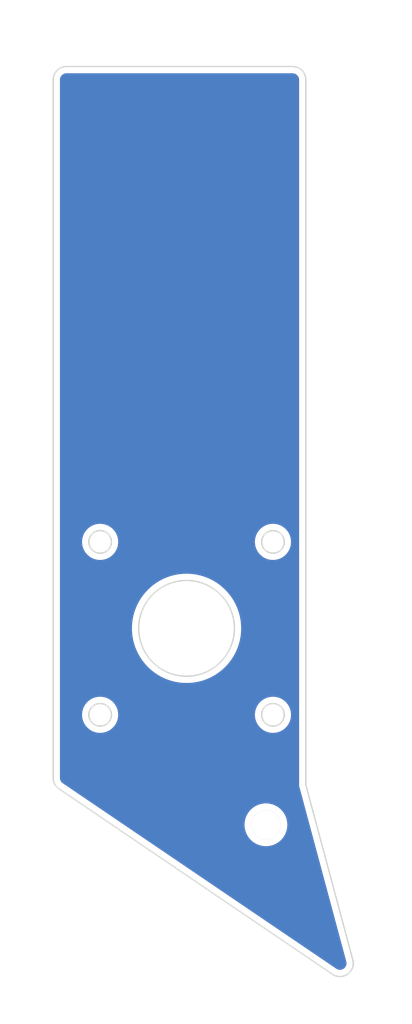
<source format=kicad_pcb>
(kicad_pcb (version 20211014) (generator pcbnew)
  (layers (0 "F.Cu" signal) (31 "B.Cu" signal) (34 "B.Paste" user) (35 "F.Paste" user) (36 "B.SilkS" user "B.Silkscreen") (37 "F.SilkS" user "F.Silkscreen") (38 "B.Mask" user) (39 "F.Mask" user) (44 "Edge.Cuts" user))
  (net 0 "")
  (footprint "kbd_Hole:m2_Screw_Hole_EdgeCuts" (layer "F.Cu") (at 58.194283 73.246491)
    (fp_text reference "Ref**" hide)
    (fp_text value "Val**" hide)
    (fp_circle (center 0 0) (end 1.1 0) (layer "Edge.Cuts") (width 0.01) (fill none))
  )
  (gr_line (start 46.231846 64.296682) (end 46.263957 64.321932) (layer "Edge.Cuts") (width 0.100012))
  (gr_line (start 59.57254 52.02138) (end 59.569254 52.064528) (layer "Edge.Cuts") (width 0.100012))
  (gr_line (start 55.208399 56.465483) (end 55.302085 56.611542) (layer "Edge.Cuts") (width 0.100012))
  (gr_line (start 44.90018 52.190015) (end 44.890678 52.148899) (layer "Edge.Cuts") (width 0.100012))
  (gr_line (start 58.355078 64.211571) (end 58.392721 64.194535) (layer "Edge.Cuts") (width 0.100012))
  (gr_line (start 42.80451 16.31724) (end 42.760243 16.337381) (layer "Edge.Cuts") (width 0.100012))
  (gr_line (start 59.128549 65.725036) (end 59.091893 65.74382) (layer "Edge.Cuts") (width 0.100012))
  (gr_line (start 45.723587 52.827866) (end 45.723587 52.827866) (layer "Edge.Cuts") (width 0.100012))
  (gr_line (start 63.963352 84.638938) (end 64.011562 84.627693) (layer "Edge.Cuts") (width 0.100012))
  (gr_line (start 59.563842 51.848276) (end 59.569253 51.890797) (layer "Edge.Cuts") (width 0.100012))
  (gr_line (start 61.195015 17.23822) (end 61.195015 70.246079) (layer "Edge.Cuts") (width 0.100012))
  (gr_line (start 63.762879 84.659409) (end 63.814012 84.658097) (layer "Edge.Cuts") (width 0.100012))
  (gr_line (start 48.906551 57.07693) (end 48.978689 56.917492) (layer "Edge.Cuts") (width 0.100012))
  (gr_line (start 57.957436 64.609428) (end 57.976209 64.572773) (layer "Edge.Cuts") (width 0.100012))
  (gr_line (start 55.208399 60.489959) (end 55.107984 60.631116) (layer "Edge.Cuts") (width 0.100012))
  (gr_line (start 60.626835 16.337381) (end 60.582586 16.31724) (layer "Edge.Cuts") (width 0.100012))
  (gr_line (start 50.508146 55.312561) (end 50.663364 55.233026) (layer "Edge.Cuts") (width 0.100012))
  (gr_line (start 61.073542 16.76319) (end 61.049342 16.721312) (layer "Edge.Cuts") (width 0.100012))
  (gr_line (start 63.201607 84.487137) (end 63.233037 84.507574) (layer "Edge.Cuts") (width 0.100012))
  (gr_line (start 50.508146 61.642953) (end 50.357386 61.556233) (layer "Edge.Cuts") (width 0.100012))
  (gr_line (start 55.388816 60.193126) (end 55.302085 60.343886) (layer "Edge.Cuts") (width 0.100012))
  (gr_line (start 46.572326 51.933943) (end 46.573433 51.977661) (layer "Edge.Cuts") (width 0.100012))
  (gr_line (start 45.152076 51.348652) (end 45.182932 51.321937) (layer "Edge.Cuts") (width 0.100012))
  (gr_line (start 57.87471 65.021547) (end 57.873604 64.97786) (layer "Edge.Cuts") (width 0.100012))
  (gr_line (start 63.864512 84.654205) (end 63.914314 84.647797) (layer "Edge.Cuts") (width 0.100012))
  (gr_line (start 59.522018 52.269839) (end 59.506785 52.30844) (layer "Edge.Cuts") (width 0.100012))
  (gr_line (start 45.248395 65.682435) (end 45.215058 65.658725) (layer "Edge.Cuts") (width 0.100012))
  (gr_line (start 46.164038 52.704691) (end 46.128449 52.725175) (layer "Edge.Cuts") (width 0.100012))
  (gr_line (start 59.198649 65.682435) (end 59.164152 65.704556) (layer "Edge.Cuts") (width 0.100012))
  (gr_line (start 46.45028 52.418356) (end 46.428159 52.452853) (layer "Edge.Cuts") (width 0.100012))
  (gr_line (start 45.094382 64.406358) (end 45.122542 64.376824) (layer "Edge.Cuts") (width 0.100012))
  (gr_line (start 63.914314 84.647797) (end 63.963352 84.638938) (layer "Edge.Cuts") (width 0.100012))
  (gr_line (start 46.324329 65.578602) (end 46.294803 65.606755) (layer "Edge.Cuts") (width 0.100012))
  (gr_line (start 44.911645 52.230346) (end 44.90018 52.190015) (layer "Edge.Cuts") (width 0.100012))
  (gr_line (start 57.8834 65.107164) (end 57.877994 65.064667) (layer "Edge.Cuts") (width 0.100012))
  (gr_line (start 46.45028 65.418309) (end 46.428159 65.452793) (layer "Edge.Cuts") (width 0.100012))
  (gr_line (start 44.873391 51.977661) (end 44.874498 51.933943) (layer "Edge.Cuts") (width 0.100012))
  (gr_line (start 55.001067 56.188332) (end 55.107984 56.324338) (layer "Edge.Cuts") (width 0.100012))
  (gr_line (start 58.318436 64.230358) (end 58.355078 64.211571) (layer "Edge.Cuts") (width 0.100012))
  (gr_line (start 63.762879 84.659409) (end 63.762879 84.659409) (layer "Edge.Cuts") (width 0.100012))
  (gr_line (start 57.877994 65.064667) (end 57.87471 65.021547) (layer "Edge.Cuts") (width 0.100012))
  (gr_line (start 46.324329 51.376795) (end 46.352481 51.406313) (layer "Edge.Cuts") (width 0.100012))
  (gr_line (start 45.094384 52.54917) (end 45.067652 52.518313) (layer "Edge.Cuts") (width 0.100012))
  (gr_line (start 44.925021 65.26986) (end 44.911645 65.230387) (layer "Edge.Cuts") (width 0.100012))
  (gr_line (start 58.72345 51.127823) (end 58.72345 51.127823) (layer "Edge.Cuts") (width 0.100012))
  (gr_line (start 64.23792 84.537952) (end 64.279798 84.513754) (layer "Edge.Cuts") (width 0.100012))
  (gr_line (start 59.264109 65.63348) (end 59.231986 65.658725) (layer "Edge.Cuts") (width 0.100012))
  (gr_line (start 59.015636 65.776086) (end 58.976142 65.789461) (layer "Edge.Cuts") (width 0.100012))
  (gr_line (start 42.19385 69.777606) (end 42.199548 69.838828) (layer "Edge.Cuts") (width 0.100012))
  (gr_line (start 57.8834 64.84847) (end 57.890877 64.806623) (layer "Edge.Cuts") (width 0.100012))
  (gr_line (start 57.8834 51.848276) (end 57.890877 51.806435) (layer "Edge.Cuts") (width 0.100012))
  (gr_line (start 50.070152 61.362153) (end 49.934131 61.255246) (layer "Edge.Cuts") (width 0.100012))
  (gr_line (start 59.128546 64.230358) (end 59.164149 64.250841) (layer "Edge.Cuts") (width 0.100012))
  (gr_line (start 63.364969 84.576843) (end 63.399321 84.590984) (layer "Edge.Cuts") (width 0.100012))
  (gr_line (start 58.12258 64.376824) (end 58.152098 64.348664) (layer "Edge.Cuts") (width 0.100012))
  (gr_line (start 53.783688 61.72249) (end 53.624238 61.794617) (layer "Edge.Cuts") (width 0.100012))
  (gr_line (start 58.852846 65.817909) (end 58.81032 65.82332) (layer "Edge.Cuts") (width 0.100012))
  (gr_line (start 45.935808 52.801076) (end 45.894715 52.810577) (layer "Edge.Cuts") (width 0.100012))
  (gr_line (start 53.624238 61.794617) (end 53.460783 61.859108) (layer "Edge.Cuts") (width 0.100012))
  (gr_line (start 49.058237 56.762287) (end 49.144967 56.611542) (layer "Edge.Cuts") (width 0.100012))
  (gr_line (start 64.468653 84.365086) (end 64.501862 84.33027) (layer "Edge.Cuts") (width 0.100012))
  (gr_line (start 45.810395 64.132064) (end 45.852893 64.137475) (layer "Edge.Cuts") (width 0.100012))
  (gr_line (start 46.489543 52.346095) (end 46.470759 52.382752) (layer "Edge.Cuts") (width 0.100012))
  (gr_line (start 49.803477 61.142064) (end 49.678417 61.022833) (layer "Edge.Cuts") (width 0.100012))
  (gr_line (start 57.90037 52.190015) (end 57.890877 52.148899) (layer "Edge.Cuts") (width 0.100012))
  (gr_line (start 60.711809 16.383784) (end 60.669931 16.359585) (layer "Edge.Cuts") (width 0.100012))
  (gr_line (start 59.294961 64.348664) (end 59.324496 64.376824) (layer "Edge.Cuts") (width 0.100012))
  (gr_line (start 53.938907 61.642953) (end 53.783688 61.72249) (layer "Edge.Cuts") (width 0.100012))
  (gr_line (start 42.631142 70.543595) (end 63.201607 84.487137) (layer "Edge.Cuts") (width 0.100012))
  (gr_line (start 58.511115 65.800925) (end 58.470793 65.789461) (layer "Edge.Cuts") (width 0.100012))
  (gr_line (start 44.873391 64.97786) (end 44.874498 64.934142) (layer "Edge.Cuts") (width 0.100012))
  (gr_line (start 59.054237 65.760854) (end 59.015636 65.776086) (layer "Edge.Cuts") (width 0.100012))
  (gr_line (start 59.198646 51.273004) (end 59.231982 51.296703) (layer "Edge.Cuts") (width 0.100012))
  (gr_line (start 58.12258 51.376795) (end 58.152098 51.348652) (layer "Edge.Cuts") (width 0.100012))
  (gr_line (start 46.263957 52.633598) (end 46.231846 52.658849) (layer "Edge.Cuts") (width 0.100012))
  (gr_line (start 57.890877 65.148986) (end 57.8834 65.107164) (layer "Edge.Cuts") (width 0.100012))
  (gr_line (start 54.089666 55.399277) (end 54.23574 55.492949) (layer "Edge.Cuts") (width 0.100012))
  (gr_line (start 53.783688 55.233026) (end 53.938907 55.312561) (layer "Edge.Cuts") (width 0.100012))
  (gr_line (start 45.723587 65.827713) (end 45.723587 65.827713) (layer "Edge.Cuts") (width 0.100012))
  (gr_line (start 45.767276 51.128929) (end 45.810395 51.132212) (layer "Edge.Cuts") (width 0.100012))
  (gr_line (start 42.453108 16.567275) (end 42.421564 16.603634) (layer "Edge.Cuts") (width 0.100012))
  (gr_line (start 42.208946 69.89926) (end 42.221963 69.958749) (layer "Edge.Cuts") (width 0.100012))
  (gr_line (start 58.76717 51.128929) (end 58.810319 51.132212) (layer "Edge.Cuts") (width 0.100012))
  (gr_line (start 45.182932 51.321937) (end 45.215055 51.296703) (layer "Edge.Cuts") (width 0.100012))
  (gr_line (start 45.935808 51.154588) (end 45.976117 51.166044) (layer "Edge.Cuts") (width 0.100012))
  (gr_line (start 58.392721 52.760999) (end 58.355078 52.743962) (layer "Edge.Cuts") (width 0.100012))
  (gr_line (start 42.363755 16.680717) (end 42.337619 16.721312) (layer "Edge.Cuts") (width 0.100012))
  (gr_line (start 42.212408 17.037752) (end 42.203547 17.08679) (layer "Edge.Cuts") (width 0.100012))
  (gr_line (start 46.198521 52.682565) (end 46.164038 52.704691) (layer "Edge.Cuts") (width 0.100012))
  (gr_line (start 57.873604 51.977661) (end 57.873604 51.977661) (layer "Edge.Cuts") (width 0.100012))
  (gr_line (start 42.760243 16.337381) (end 42.717131 16.359585) (layer "Edge.Cuts") (width 0.100012))
  (gr_line (start 55.540502 57.07693) (end 55.605003 57.240373) (layer "Edge.Cuts") (width 0.100012))
  (gr_line (start 46.231846 52.658849) (end 46.198521 52.682565) (layer "Edge.Cuts") (width 0.100012))
  (gr_line (start 46.054172 52.760999) (end 46.015589 52.776233) (layer "Edge.Cuts") (width 0.100012))
  (gr_line (start 46.352481 52.54917) (end 46.324329 52.578705) (layer "Edge.Cuts") (width 0.100012))
  (gr_line (start 64.749687 83.495941) (end 64.743805 83.463674) (layer "Edge.Cuts") (width 0.100012))
  (gr_line (start 58.43131 65.776086) (end 58.392721 65.760854) (layer "Edge.Cuts") (width 0.100012))
  (gr_line (start 61.18981 17.13659) (end 61.183401 17.08679) (layer "Edge.Cuts") (width 0.100012))
  (gr_line (start 59.294964 65.606755) (end 59.264109 65.63348) (layer "Edge.Cuts") (width 0.100012))
  (gr_line (start 57.87471 51.933943) (end 57.877994 51.890797) (layer "Edge.Cuts") (width 0.100012))
  (gr_line (start 58.852844 64.137475) (end 58.894691 64.144958) (layer "Edge.Cuts") (width 0.100012))
  (gr_line (start 58.97614 51.166044) (end 59.015633 51.179409) (layer "Edge.Cuts") (width 0.100012))
  (gr_line (start 55.001067 60.767132) (end 54.887875 60.89778) (layer "Edge.Cuts") (width 0.100012))
  (gr_line (start 59.546858 51.765327) (end 59.556359 51.806435) (layer "Edge.Cuts") (width 0.100012))
  (gr_line (start 58.810319 64.132064) (end 58.852844 64.137475) (layer "Edge.Cuts") (width 0.100012))
  (gr_line (start 59.489747 51.609291) (end 59.506784 51.646934) (layer "Edge.Cuts") (width 0.100012))
  (gr_line (start 42.675237 16.383784) (end 42.634627 16.409916) (layer "Edge.Cuts") (width 0.100012))
  (gr_line (start 48.978689 60.037905) (end 48.906551 59.878449) (layer "Edge.Cuts") (width 0.100012))
  (gr_line (start 58.511115 64.15446) (end 58.552224 64.144958) (layer "Edge.Cuts") (width 0.100012))
  (gr_line (start 45.215055 64.296682) (end 45.248392 64.272967) (layer "Edge.Cuts") (width 0.100012))
  (gr_line (start 57.976209 52.382752) (end 57.957436 52.346095) (layer "Edge.Cuts") (width 0.100012))
  (gr_line (start 64.731281 83.907977) (end 64.742527 83.859761) (layer "Edge.Cuts") (width 0.100012))
  (gr_line (start 64.533399 84.293912) (end 64.5632 84.256076) (layer "Edge.Cuts") (width 0.100012))
  (gr_line (start 46.563629 65.107164) (end 46.556147 65.148986) (layer "Edge.Cuts") (width 0.100012))
  (gr_line (start 58.552224 64.144958) (end 58.594065 64.137475) (layer "Edge.Cuts") (width 0.100012))
  (gr_line (start 58.470793 52.78961) (end 58.43131 52.776233) (layer "Edge.Cuts") (width 0.100012))
  (gr_line (start 48.642039 58.845496) (end 48.628125 58.66275) (layer "Edge.Cuts") (width 0.100012))
  (gr_line (start 57.90037 65.190078) (end 57.890877 65.148986) (layer "Edge.Cuts") (width 0.100012))
  (gr_line (start 45.852893 65.817909) (end 45.810395 65.82332) (layer "Edge.Cuts") (width 0.100012))
  (gr_line (start 55.107984 60.631116) (end 55.001067 60.767132) (layer "Edge.Cuts") (width 0.100012))
  (gr_line (start 58.552224 52.810577) (end 58.511115 52.801076) (layer "Edge.Cuts") (width 0.100012))
  (gr_line (start 46.573433 51.977661) (end 46.573433 51.977661) (layer "Edge.Cuts") (width 0.100012))
  (gr_line (start 59.352658 65.549076) (end 59.324498 65.578602) (layer "Edge.Cuts") (width 0.100012))
  (gr_line (start 55.468364 60.037905) (end 55.388816 60.193126) (layer "Edge.Cuts") (width 0.100012))
  (gr_line (start 58.067721 64.437214) (end 58.094436 64.406358) (layer "Edge.Cuts") (width 0.100012))
  (gr_line (start 44.976077 64.572773) (end 44.99656 64.53717) (layer "Edge.Cuts") (width 0.100012))
  (gr_line (start 58.094436 64.406358) (end 58.12258 64.376824) (layer "Edge.Cuts") (width 0.100012))
  (gr_line (start 58.067721 51.437152) (end 58.094436 51.406313) (layer "Edge.Cuts") (width 0.100012))
  (gr_line (start 54.512922 61.255246) (end 54.376901 61.362153) (layer "Edge.Cuts") (width 0.100012))
  (gr_line (start 45.282892 52.704691) (end 45.248395 52.682565) (layer "Edge.Cuts") (width 0.100012))
  (gr_line (start 50.663364 55.233026) (end 50.822814 55.160901) (layer "Edge.Cuts") (width 0.100012))
  (gr_line (start 42.308615 70.184223) (end 42.33852 70.236711) (layer "Edge.Cuts") (width 0.100012))
  (gr_line (start 59.37939 65.51823) (end 59.352658 65.549076) (layer "Edge.Cuts") (width 0.100012))
  (gr_line (start 45.470901 52.78961) (end 45.431408 52.776233) (layer "Edge.Cuts") (width 0.100012))
  (gr_line (start 44.940255 52.30844) (end 44.925021 52.269839) (layer "Edge.Cuts") (width 0.100012))
  (gr_line (start 57.996677 52.418356) (end 57.976209 52.382752) (layer "Edge.Cuts") (width 0.100012))
  (gr_line (start 57.873604 51.977661) (end 57.87471 51.933943) (layer "Edge.Cuts") (width 0.100012))
  (gr_line (start 42.258534 70.074286) (end 42.281926 70.130031) (layer "Edge.Cuts") (width 0.100012))
  (gr_line (start 55.66164 57.407596) (end 55.710187 57.578371) (layer "Edge.Cuts") (width 0.100012))
  (gr_line (start 46.128449 65.725036) (end 46.091809 65.74382) (layer "Edge.Cuts") (width 0.100012))
  (gr_line (start 42.337619 16.721312) (end 42.313415 16.76319) (layer "Edge.Cuts") (width 0.100012))
  (gr_line (start 44.92502 51.685523) (end 44.940254 51.646934) (layer "Edge.Cuts") (width 0.100012))
  (gr_line (start 57.911826 52.230346) (end 57.90037 52.190015) (layer "Edge.Cuts") (width 0.100012))
  (gr_line (start 44.883195 65.107164) (end 44.877784 65.064667) (layer "Edge.Cuts") (width 0.100012))
  (gr_line (start 46.164038 51.250894) (end 46.198521 51.273004) (layer "Edge.Cuts") (width 0.100012))
  (gr_line (start 55.107984 56.324338) (end 55.208399 56.465483) (layer "Edge.Cuts") (width 0.100012))
  (gr_line (start 49.559177 60.89778) (end 49.445986 60.767132) (layer "Edge.Cuts") (width 0.100012))
  (gr_line (start 51.324287 61.964275) (end 51.153503 61.915737) (layer "Edge.Cuts") (width 0.100012))
  (gr_line (start 44.900179 51.765327) (end 44.911644 51.725005) (layer "Edge.Cuts") (width 0.100012))
  (gr_line (start 45.431408 52.776233) (end 45.392807 52.760999) (layer "Edge.Cuts") (width 0.100012))
  (gr_line (start 61.195015 17.23822) (end 61.193703 17.187089) (layer "Edge.Cuts") (width 0.100012))
  (gr_line (start 49.339069 56.324338) (end 49.445986 56.188332) (layer "Edge.Cuts") (width 0.100012))
  (gr_line (start 59.352656 51.406313) (end 59.379388 51.437152) (layer "Edge.Cuts") (width 0.100012))
  (gr_line (start 58.43131 52.776233) (end 58.392721 52.760999) (layer "Edge.Cuts") (width 0.100012))
  (gr_line (start 45.594195 65.817909) (end 45.552348 65.810426) (layer "Edge.Cuts") (width 0.100012))
  (gr_line (start 58.152098 65.606755) (end 58.12258 65.578602) (layer "Edge.Cuts") (width 0.100012))
  (gr_line (start 45.431408 65.776086) (end 45.392807 65.760854) (layer "Edge.Cuts") (width 0.100012))
  (gr_line (start 53.29355 61.915737) (end 53.122766 61.964275) (layer "Edge.Cuts") (width 0.100012))
  (gr_line (start 46.294803 51.348652) (end 46.324329 51.376795) (layer "Edge.Cuts") (width 0.100012))
  (gr_line (start 50.357386 61.556233) (end 50.211313 61.462557) (layer "Edge.Cuts") (width 0.100012))
  (gr_line (start 59.563842 52.107052) (end 59.55636 52.148899) (layer "Edge.Cuts") (width 0.100012))
  (gr_line (start 45.318492 51.230426) (end 45.355148 51.211654) (layer "Edge.Cuts") (width 0.100012))
  (gr_line (start 55.750416 59.20282) (end 55.710187 59.376945) (layer "Edge.Cuts") (width 0.100012))
  (gr_line (start 64.701889 84.001663) (end 64.717713 83.955299) (layer "Edge.Cuts") (width 0.100012))
  (gr_line (start 45.63672 65.82332) (end 45.594195 65.817909) (layer "Edge.Cuts") (width 0.100012))
  (gr_line (start 58.018788 64.502673) (end 58.042487 64.469337) (layer "Edge.Cuts") (width 0.100012))
  (gr_line (start 44.976077 51.572649) (end 44.99656 51.53706) (layer "Edge.Cuts") (width 0.100012))
  (gr_line (start 46.294803 52.606866) (end 46.263957 52.633598) (layer "Edge.Cuts") (width 0.100012))
  (gr_line (start 55.605003 57.240373) (end 55.66164 57.407596) (layer "Edge.Cuts") (width 0.100012))
  (gr_line (start 58.042487 52.48619) (end 58.018788 52.452853) (layer "Edge.Cuts") (width 0.100012))
  (gr_line (start 52.591378 54.896437) (end 52.771453 54.919345) (layer "Edge.Cuts") (width 0.100012))
  (gr_line (start 48.664952 59.025595) (end 48.642039 58.845496) (layer "Edge.Cuts") (width 0.100012))
  (gr_line (start 64.194824 84.560153) (end 64.23792 84.537952) (layer "Edge.Cuts") (width 0.100012))
  (gr_line (start 45.810395 65.82332) (end 45.767276 65.826606) (layer "Edge.Cuts") (width 0.100012))
  (gr_line (start 59.569254 52.064528) (end 59.563842 52.107052) (layer "Edge.Cuts") (width 0.100012))
  (gr_line (start 46.470759 52.382752) (end 46.45028 52.418356) (layer "Edge.Cuts") (width 0.100012))
  (gr_line (start 58.248365 51.273004) (end 58.282847 51.250894) (layer "Edge.Cuts") (width 0.100012))
  (gr_line (start 57.873604 64.97786) (end 57.873604 64.97786) (layer "Edge.Cuts") (width 0.100012))
  (gr_line (start 57.940412 65.308442) (end 57.925191 65.26986) (layer "Edge.Cuts") (width 0.100012))
  (gr_line (start 51.6756 62.036176) (end 51.498395 62.004497) (layer "Edge.Cuts") (width 0.100012))
  (gr_line (start 59.091889 64.211571) (end 59.128546 64.230358) (layer "Edge.Cuts") (width 0.100012))
  (gr_line (start 46.572326 64.934142) (end 46.573433 64.97786) (layer "Edge.Cuts") (width 0.100012))
  (gr_line (start 58.72345 52.827866) (end 58.72345 52.827866) (layer "Edge.Cuts") (width 0.100012))
  (gr_line (start 44.940255 65.308442) (end 44.925021 65.26986) (layer "Edge.Cuts") (width 0.100012))
  (gr_line (start 60.791653 16.437914) (end 60.752405 16.409916) (layer "Edge.Cuts") (width 0.100012))
  (gr_line (start 48.84205 59.714986) (end 48.785412 59.547742) (layer "Edge.Cuts") (width 0.100012))
  (gr_line (start 58.282847 64.250841) (end 58.318436 64.230358) (layer "Edge.Cuts") (width 0.100012))
  (gr_line (start 59.164149 64.250841) (end 59.198646 64.272967) (layer "Edge.Cuts") (width 0.100012))
  (gr_line (start 58.594065 52.818061) (end 58.552224 52.810577) (layer "Edge.Cuts") (width 0.100012))
  (gr_line (start 59.55636 65.148986) (end 59.546859 65.190078) (layer "Edge.Cuts") (width 0.100012))
  (gr_line (start 42.271065 16.850533) (end 42.253048 16.895868) (layer "Edge.Cuts") (width 0.100012))
  (gr_line (start 44.976078 65.38272) (end 44.957292 65.34608) (layer "Edge.Cuts") (width 0.100012))
  (gr_line (start 45.018687 65.452793) (end 44.996561 65.418309) (layer "Edge.Cuts") (width 0.100012))
  (gr_line (start 46.556147 52.148899) (end 46.546646 52.190015) (layer "Edge.Cuts") (width 0.100012))
  (gr_line (start 58.152098 64.348664) (end 58.182937 64.321932) (layer "Edge.Cuts") (width 0.100012))
  (gr_line (start 53.460783 55.096411) (end 53.624238 55.160901) (layer "Edge.Cuts") (width 0.100012))
  (gr_line (start 46.521808 64.685684) (end 46.535182 64.725177) (layer "Edge.Cuts") (width 0.100012))
  (gr_line (start 42.634627 16.409916) (end 42.595367 16.437914) (layer "Edge.Cuts") (width 0.100012))
  (gr_line (start 61.095746 16.806285) (end 61.073542 16.76319) (layer "Edge.Cuts") (width 0.100012))
  (gr_line (start 46.015589 51.179409) (end 46.054172 51.19463) (layer "Edge.Cuts") (width 0.100012))
  (gr_line (start 45.215058 52.658849) (end 45.182935 52.633598) (layer "Edge.Cuts") (width 0.100012))
  (gr_line (start 45.431405 51.179409) (end 45.470898 51.166044) (layer "Edge.Cuts") (width 0.100012))
  (gr_line (start 59.489748 52.346095) (end 59.470962 52.382752) (layer "Edge.Cuts") (width 0.100012))
  (gr_line (start 45.767276 52.826758) (end 45.723587 52.827866) (layer "Edge.Cuts") (width 0.100012))
  (gr_line (start 42.896247 16.283401) (end 42.849866 16.299225) (layer "Edge.Cuts") (width 0.100012))
  (gr_line (start 57.996677 51.53706) (end 58.018788 51.502579) (layer "Edge.Cuts") (width 0.100012))
  (gr_line (start 46.428159 65.452793) (end 46.40445 65.486117) (layer "Edge.Cuts") (width 0.100012))
  (gr_line (start 46.546646 64.765507) (end 46.556147 64.806623) (layer "Edge.Cuts") (width 0.100012))
  (gr_line (start 58.894691 64.144958) (end 58.935808 64.15446) (layer "Edge.Cuts") (width 0.100012))
  (gr_line (start 63.434147 84.603832) (end 63.469411 84.615376) (layer "Edge.Cuts") (width 0.100012))
  (gr_line (start 46.428159 52.452853) (end 46.40445 52.48619) (layer "Edge.Cuts") (width 0.100012))
  (gr_line (start 59.324498 65.578602) (end 59.294964 65.606755) (layer "Edge.Cuts") (width 0.100012))
  (gr_line (start 58.935808 51.154588) (end 58.97614 51.166044) (layer "Edge.Cuts") (width 0.100012))
  (gr_line (start 42.717131 16.359585) (end 42.675237 16.383784) (layer "Edge.Cuts") (width 0.100012))
  (gr_line (start 58.72345 65.827713) (end 58.679732 65.826606) (layer "Edge.Cuts") (width 0.100012))
  (gr_line (start 44.996561 65.418309) (end 44.976078 65.38272) (layer "Edge.Cuts") (width 0.100012))
  (gr_line (start 59.015636 52.776233) (end 58.976142 52.78961) (layer "Edge.Cuts") (width 0.100012))
  (gr_line (start 59.522017 64.685684) (end 59.535393 64.725177) (layer "Edge.Cuts") (width 0.100012))
  (gr_line (start 46.506577 51.646934) (end 46.521808 51.685523) (layer "Edge.Cuts") (width 0.100012))
  (gr_line (start 49.144967 56.611542) (end 49.238654 56.465483) (layer "Edge.Cuts") (width 0.100012))
  (gr_line (start 45.392807 65.760854) (end 45.355151 65.74382) (layer "Edge.Cuts") (width 0.100012))
  (gr_line (start 64.761689 83.710399) (end 64.763001 83.659256) (layer "Edge.Cuts") (width 0.100012))
  (gr_line (start 57.925191 64.685684) (end 57.940412 64.647083) (layer "Edge.Cuts") (width 0.100012))
  (gr_line (start 45.894715 52.810577) (end 45.852893 52.818061) (layer "Edge.Cuts") (width 0.100012))
  (gr_line (start 48.978689 56.917492) (end 49.058237 56.762287) (layer "Edge.Cuts") (width 0.100012))
  (gr_line (start 58.182937 52.633598) (end 58.152098 52.606866) (layer "Edge.Cuts") (width 0.100012))
  (gr_line (start 59.264109 52.633598) (end 59.231986 52.658849) (layer "Edge.Cuts") (width 0.100012))
  (gr_line (start 54.512922 55.70025) (end 54.643576 55.813426) (layer "Edge.Cuts") (width 0.100012))
  (gr_line (start 58.679732 52.826758) (end 58.636585 52.823472) (layer "Edge.Cuts") (width 0.100012))
  (gr_line (start 58.76717 64.128778) (end 58.810319 64.132064) (layer "Edge.Cuts") (width 0.100012))
  (gr_line (start 58.894694 65.810426) (end 58.852846 65.817909) (layer "Edge.Cuts") (width 0.100012))
  (gr_line (start 45.431405 64.179301) (end 45.470898 64.165925) (layer "Edge.Cuts") (width 0.100012))
  (gr_line (start 45.594194 64.137475) (end 45.636719 64.132064) (layer "Edge.Cuts") (width 0.100012))
  (gr_line (start 55.710187 57.578371) (end 55.750416 57.75247) (layer "Edge.Cuts") (width 0.100012))
  (gr_line (start 45.122545 65.578602) (end 45.094384 65.549076) (layer "Edge.Cuts") (width 0.100012))
  (gr_line (start 45.723587 51.127823) (end 45.767276 51.128929) (layer "Edge.Cuts") (width 0.100012))
  (gr_line (start 46.294803 64.348664) (end 46.324329 64.376824) (layer "Edge.Cuts") (width 0.100012))
  (gr_line (start 58.318436 65.725036) (end 58.282847 65.704556) (layer "Edge.Cuts") (width 0.100012))
  (gr_line (start 58.976142 52.78961) (end 58.93581 52.801076) (layer "Edge.Cuts") (width 0.100012))
  (gr_line (start 45.470898 51.166044) (end 45.511229 51.154588) (layer "Edge.Cuts") (width 0.100012))
  (gr_line (start 59.164152 52.704691) (end 59.128549 52.725175) (layer "Edge.Cuts") (width 0.100012))
  (gr_line (start 58.470793 51.166044) (end 58.511115 51.154588) (layer "Edge.Cuts") (width 0.100012))
  (gr_line (start 57.87471 64.934142) (end 57.877994 64.890994) (layer "Edge.Cuts") (width 0.100012))
  (gr_line (start 59.324496 64.376824) (end 59.352656 64.406358) (layer "Edge.Cuts") (width 0.100012))
  (gr_line (start 60.296525 16.243319) (end 60.246026 16.239426) (layer "Edge.Cuts") (width 0.100012))
  (gr_line (start 58.511115 51.154588) (end 58.552224 51.145095) (layer "Edge.Cuts") (width 0.100012))
  (gr_line (start 58.72345 64.12767) (end 58.72345 64.12767) (layer "Edge.Cuts") (width 0.100012))
  (gr_line (start 60.965411 16.603634) (end 60.933874 16.567275) (layer "Edge.Cuts") (width 0.100012))
  (gr_line (start 46.015589 65.776086) (end 45.976117 65.789461) (layer "Edge.Cuts") (width 0.100012))
  (gr_line (start 48.906551 59.878449) (end 48.84205 59.714986) (layer "Edge.Cuts") (width 0.100012))
  (gr_line (start 58.152098 52.606866) (end 58.12258 52.578705) (layer "Edge.Cuts") (width 0.100012))
  (gr_line (start 59.573647 51.977661) (end 59.573647 51.977661) (layer "Edge.Cuts") (width 0.100012))
  (gr_line (start 57.877994 51.890797) (end 57.8834 51.848276) (layer "Edge.Cuts") (width 0.100012))
  (gr_line (start 64.736841 83.431597) (end 64.728791 83.399735) (layer "Edge.Cuts") (width 0.100012))
  (gr_line (start 42.23852 70.017141) (end 42.258534 70.074286) (layer "Edge.Cuts") (width 0.100012))
  (gr_line (start 52.771453 54.919345) (end 52.948658 54.951024) (layer "Edge.Cuts") (width 0.100012))
  (gr_line (start 44.911645 65.230387) (end 44.90018 65.190078) (layer "Edge.Cuts") (width 0.100012))
  (gr_line (start 46.352481 51.406313) (end 46.379206 51.437152) (layer "Edge.Cuts") (width 0.100012))
  (gr_line (start 45.392804 64.194535) (end 45.431405 64.179301) (layer "Edge.Cuts") (width 0.100012))
  (gr_line (start 46.379206 64.437214) (end 46.40445 64.469337) (layer "Edge.Cuts") (width 0.100012))
  (gr_line (start 59.506785 52.30844) (end 59.489748 52.346095) (layer "Edge.Cuts") (width 0.100012))
  (gr_line (start 57.890877 64.806623) (end 57.90037 64.765507) (layer "Edge.Cuts") (width 0.100012))
  (gr_line (start 46.198521 51.273004) (end 46.231846 51.296703) (layer "Edge.Cuts") (width 0.100012))
  (gr_line (start 60.490891 16.283401) (end 60.443574 16.269834) (layer "Edge.Cuts") (width 0.100012))
  (gr_line (start 45.018685 64.502673) (end 45.0424 64.469337) (layer "Edge.Cuts") (width 0.100012))
  (gr_line (start 44.957292 52.346095) (end 44.940255 52.30844) (layer "Edge.Cuts") (width 0.100012))
  (gr_line (start 57.925191 51.685523) (end 57.940412 51.646934) (layer "Edge.Cuts") (width 0.100012))
  (gr_line (start 52.40866 54.882526) (end 52.591378 54.896437) (layer "Edge.Cuts") (width 0.100012))
  (gr_line (start 51.153503 55.039783) (end 51.324287 54.991245) (layer "Edge.Cuts") (width 0.100012))
  (gr_line (start 59.128549 52.725175) (end 59.091893 52.743962) (layer "Edge.Cuts") (width 0.100012))
  (gr_line (start 42.446728 70.382421) (end 42.488692 70.426566) (layer "Edge.Cuts") (width 0.100012))
  (gr_line (start 52.223526 62.077683) (end 52.223526 62.077683) (layer "Edge.Cuts") (width 0.100012))
  (gr_line (start 51.6756 54.919345) (end 51.855675 54.896437) (layer "Edge.Cuts") (width 0.100012))
  (gr_line (start 46.091809 51.211654) (end 46.128449 51.230426) (layer "Edge.Cuts") (width 0.100012))
  (gr_line (start 64.743805 83.463674) (end 64.736841 83.431597) (layer "Edge.Cuts") (width 0.100012))
  (gr_line (start 46.231846 51.296703) (end 46.263957 51.321937) (layer "Edge.Cuts") (width 0.100012))
  (gr_line (start 57.976209 65.38272) (end 57.957436 65.34608) (layer "Edge.Cuts") (width 0.100012))
  (gr_line (start 55.302085 56.611542) (end 55.388816 56.762287) (layer "Edge.Cuts") (width 0.100012))
  (gr_line (start 46.546646 51.765327) (end 46.556147 51.806435) (layer "Edge.Cuts") (width 0.100012))
  (gr_line (start 57.976209 64.572773) (end 57.996677 64.53717) (layer "Edge.Cuts") (width 0.100012))
  (gr_line (start 64.320394 84.487625) (end 64.359642 84.459628) (layer "Edge.Cuts") (width 0.100012))
  (gr_line (start 59.569253 51.890797) (end 59.57254 51.933943) (layer "Edge.Cuts") (width 0.100012))
  (gr_line (start 58.355078 65.74382) (end 58.318436 65.725036) (layer "Edge.Cuts") (width 0.100012))
  (gr_line (start 46.45028 64.53717) (end 46.470759 64.572773) (layer "Edge.Cuts") (width 0.100012))
  (gr_line (start 60.829489 16.467714) (end 60.791653 16.437914) (layer "Edge.Cuts") (width 0.100012))
  (gr_line (start 45.067652 65.51823) (end 45.042402 65.486117) (layer "Edge.Cuts") (width 0.100012))
  (gr_line (start 46.40445 65.486117) (end 46.379206 65.51823) (layer "Edge.Cuts") (width 0.100012))
  (gr_line (start 58.935808 64.15446) (end 58.97614 64.165925) (layer "Edge.Cuts") (width 0.100012))
  (gr_line (start 54.376901 61.362153) (end 54.23574 61.462557) (layer "Edge.Cuts") (width 0.100012))
  (gr_line (start 58.894691 51.145095) (end 58.935808 51.154588) (layer "Edge.Cuts") (width 0.100012))
  (gr_line (start 45.067652 52.518313) (end 45.042402 52.48619) (layer "Edge.Cuts") (width 0.100012))
  (gr_line (start 45.018685 51.502579) (end 45.0424 51.469258) (layer "Edge.Cuts") (width 0.100012))
  (gr_line (start 60.669931 16.359585) (end 60.626835 16.337381) (layer "Edge.Cuts") (width 0.100012))
  (gr_line (start 57.925191 52.269839) (end 57.911826 52.230346) (layer "Edge.Cuts") (width 0.100012))
  (gr_line (start 48.623436 58.477585) (end 48.628125 58.292453) (layer "Edge.Cuts") (width 0.100012))
  (gr_line (start 55.750416 57.75247) (end 55.782101 57.929669) (layer "Edge.Cuts") (width 0.100012))
  (gr_line (start 59.352658 52.54917) (end 59.324498 52.578705) (layer "Edge.Cuts") (width 0.100012))
  (gr_line (start 63.297834 84.544727) (end 63.331128 84.56142) (layer "Edge.Cuts") (width 0.100012))
  (gr_line (start 55.782101 57.929669) (end 55.805014 58.109738) (layer "Edge.Cuts") (width 0.100012))
  (gr_line (start 54.887875 56.057694) (end 55.001067 56.188332) (layer "Edge.Cuts") (width 0.100012))
  (gr_line (start 42.253048 16.895868) (end 42.237223 16.942227) (layer "Edge.Cuts") (width 0.100012))
  (gr_line (start 64.763001 83.659256) (end 64.762471 83.626413) (layer "Edge.Cuts") (width 0.100012))
  (gr_line (start 48.628125 58.292453) (end 48.642039 58.109738) (layer "Edge.Cuts") (width 0.100012))
  (gr_line (start 58.152098 51.348652) (end 58.182937 51.321937) (layer "Edge.Cuts") (width 0.100012))
  (gr_line (start 49.934131 55.70025) (end 50.070152 55.593349) (layer "Edge.Cuts") (width 0.100012))
  (gr_line (start 58.12258 52.578705) (end 58.094436 52.54917) (layer "Edge.Cuts") (width 0.100012))
  (gr_line (start 54.643576 55.813426) (end 54.768636 55.93265) (layer "Edge.Cuts") (width 0.100012))
  (gr_line (start 59.556359 51.806435) (end 59.563842 51.848276) (layer "Edge.Cuts") (width 0.100012))
  (gr_line (start 45.810395 51.132212) (end 45.852893 51.137619) (layer "Edge.Cuts") (width 0.100012))
  (gr_line (start 46.128449 51.230426) (end 46.164038 51.250894) (layer "Edge.Cuts") (width 0.100012))
  (gr_line (start 50.211313 55.492949) (end 50.357386 55.399277) (layer "Edge.Cuts") (width 0.100012))
  (gr_line (start 46.470759 51.572649) (end 46.489543 51.609291) (layer "Edge.Cuts") (width 0.100012))
  (gr_line (start 45.976117 51.166044) (end 46.015589 51.179409) (layer "Edge.Cuts") (width 0.100012))
  (gr_line (start 45.215055 51.296703) (end 45.248392 51.273004) (layer "Edge.Cuts") (width 0.100012))
  (gr_line (start 46.263957 64.321932) (end 46.294803 64.348664) (layer "Edge.Cuts") (width 0.100012))
  (gr_line (start 52.223526 54.877838) (end 52.223526 54.877838) (layer "Edge.Cuts") (width 0.100012))
  (gr_line (start 59.164149 51.250894) (end 59.198646 51.273004) (layer "Edge.Cuts") (width 0.100012))
  (gr_line (start 45.248392 51.273004) (end 45.282888 51.250894) (layer "Edge.Cuts") (width 0.100012))
  (gr_line (start 58.810319 51.132212) (end 58.852844 51.137619) (layer "Edge.Cuts") (width 0.100012))
  (gr_line (start 48.696636 57.75247) (end 48.736865 57.578371) (layer "Edge.Cuts") (width 0.100012))
  (gr_line (start 59.546858 64.765507) (end 59.556359 64.806623) (layer "Edge.Cuts") (width 0.100012))
  (gr_line (start 61.163294 16.989543) (end 61.149727 16.942227) (layer "Edge.Cuts") (width 0.100012))
  (gr_line (start 59.489748 65.34608) (end 59.470962 65.38272) (layer "Edge.Cuts") (width 0.100012))
  (gr_line (start 42.53347 70.468245) (end 42.58098 70.507305) (layer "Edge.Cuts") (width 0.100012))
  (gr_line (start 55.540502 59.878449) (end 55.468364 60.037905) (layer "Edge.Cuts") (width 0.100012))
  (gr_line (start 44.90018 65.190078) (end 44.890678 65.148986) (layer "Edge.Cuts") (width 0.100012))
  (gr_line (start 43.090717 16.243319) (end 43.040887 16.249728) (layer "Edge.Cuts") (width 0.100012))
  (gr_line (start 59.470962 65.38272) (end 59.450479 65.418309) (layer "Edge.Cuts") (width 0.100012))
  (gr_line (start 59.535394 65.230387) (end 59.522018 65.26986) (layer "Edge.Cuts") (width 0.100012))
  (gr_line (start 42.313415 16.76319) (end 42.291209 16.806285) (layer "Edge.Cuts") (width 0.100012))
  (gr_line (start 59.450478 64.53717) (end 59.470961 64.572773) (layer "Edge.Cuts") (width 0.100012))
  (gr_line (start 45.248395 52.682565) (end 45.215058 52.658849) (layer "Edge.Cuts") (width 0.100012))
  (gr_line (start 44.883195 52.107052) (end 44.877784 52.064528) (layer "Edge.Cuts") (width 0.100012))
  (gr_line (start 46.572326 65.021547) (end 46.56904 65.064667) (layer "Edge.Cuts") (width 0.100012))
  (gr_line (start 61.115888 16.850533) (end 61.095746 16.806285) (layer "Edge.Cuts") (width 0.100012))
  (gr_line (start 45.152079 52.606866) (end 45.122545 52.578705) (layer "Edge.Cuts") (width 0.100012))
  (gr_line (start 64.757796 83.760907) (end 64.761689 83.710399) (layer "Edge.Cuts") (width 0.100012))
  (gr_line (start 53.460783 61.859108) (end 53.29355 61.915737) (layer "Edge.Cuts") (width 0.100012))
  (gr_line (start 42.197138 17.13659) (end 42.193245 17.187089) (layer "Edge.Cuts") (width 0.100012))
  (gr_line (start 45.552348 52.810577) (end 45.511232 52.801076) (layer "Edge.Cuts") (width 0.100012))
  (gr_line (start 58.72345 64.12767) (end 58.76717 64.128778) (layer "Edge.Cuts") (width 0.100012))
  (gr_line (start 45.282888 64.250841) (end 45.318492 64.230358) (layer "Edge.Cuts") (width 0.100012))
  (gr_line (start 46.572326 52.02138) (end 46.56904 52.064528) (layer "Edge.Cuts") (width 0.100012))
  (gr_line (start 58.93581 65.800925) (end 58.894694 65.810426) (layer "Edge.Cuts") (width 0.100012))
  (gr_line (start 60.995212 16.641469) (end 60.965411 16.603634) (layer "Edge.Cuts") (width 0.100012))
  (gr_line (start 44.996561 52.418356) (end 44.976078 52.382752) (layer "Edge.Cuts") (width 0.100012))
  (gr_line (start 58.43131 51.179409) (end 58.470793 51.166044) (layer "Edge.Cuts") (width 0.100012))
  (gr_line (start 42.291209 16.806285) (end 42.271065 16.850533) (layer "Edge.Cuts") (width 0.100012))
  (gr_line (start 52.038392 54.882526) (end 52.223526 54.877838) (layer "Edge.Cuts") (width 0.100012))
  (gr_line (start 59.506784 64.647083) (end 59.522017 64.685684) (layer "Edge.Cuts") (width 0.100012))
  (gr_line (start 49.339069 60.631116) (end 49.238654 60.489959) (layer "Edge.Cuts") (width 0.100012))
  (gr_line (start 57.911826 51.725005) (end 57.925191 51.685523) (layer "Edge.Cuts") (width 0.100012))
  (gr_line (start 45.723587 51.127823) (end 45.723587 51.127823) (layer "Edge.Cuts") (width 0.100012))
  (gr_line (start 64.641529 84.134352) (end 64.663733 84.091254) (layer "Edge.Cuts") (width 0.100012))
  (gr_line (start 42.237223 16.942227) (end 42.223655 16.989543) (layer "Edge.Cuts") (width 0.100012))
  (gr_line (start 42.371561 70.287341) (end 42.407657 70.335962) (layer "Edge.Cuts") (width 0.100012))
  (gr_line (start 45.767276 64.128778) (end 45.810395 64.132064) (layer "Edge.Cuts") (width 0.100012))
  (gr_line (start 58.318436 52.725175) (end 58.282847 52.704691) (layer "Edge.Cuts") (width 0.100012))
  (gr_line (start 55.823616 58.477585) (end 55.818928 58.66275) (layer "Edge.Cuts") (width 0.100012))
  (gr_line (start 42.991822 16.258588) (end 42.943587 16.269834) (layer "Edge.Cuts") (width 0.100012))
  (gr_line (start 46.324329 52.578705) (end 46.294803 52.606866) (layer "Edge.Cuts") (width 0.100012))
  (gr_line (start 50.070152 55.593349) (end 50.211313 55.492949) (layer "Edge.Cuts") (width 0.100012))
  (gr_line (start 44.873391 51.977661) (end 44.873391 51.977661) (layer "Edge.Cuts") (width 0.100012))
  (gr_line (start 60.900665 16.532459) (end 60.865848 16.499251) (layer "Edge.Cuts") (width 0.100012))
  (gr_line (start 45.0424 51.469258) (end 45.06765 51.437152) (layer "Edge.Cuts") (width 0.100012))
  (gr_line (start 61.193703 17.187089) (end 61.18981 17.13659) (layer "Edge.Cuts") (width 0.100012))
  (gr_line (start 44.95729 64.609428) (end 44.976077 64.572773) (layer "Edge.Cuts") (width 0.100012))
  (gr_line (start 64.105239 84.598306) (end 64.150575 84.580292) (layer "Edge.Cuts") (width 0.100012))
  (gr_line (start 46.521808 52.269839) (end 46.506577 52.30844) (layer "Edge.Cuts") (width 0.100012))
  (gr_line (start 61.133903 16.895868) (end 61.115888 16.850533) (layer "Edge.Cuts") (width 0.100012))
  (gr_line (start 42.33852 70.236711) (end 42.371561 70.287341) (layer "Edge.Cuts") (width 0.100012))
  (gr_line (start 45.282888 51.250894) (end 45.318492 51.230426) (layer "Edge.Cuts") (width 0.100012))
  (gr_line (start 46.40445 51.469258) (end 46.428159 51.502579) (layer "Edge.Cuts") (width 0.100012))
  (gr_line (start 58.852846 52.818061) (end 58.81032 52.823472) (layer "Edge.Cuts") (width 0.100012))
  (gr_line (start 45.094382 51.406313) (end 45.122542 51.376795) (layer "Edge.Cuts") (width 0.100012))
  (gr_line (start 63.265125 84.526774) (end 63.297834 84.544727) (layer "Edge.Cuts") (width 0.100012))
  (gr_line (start 46.40445 64.469337) (end 46.428159 64.502673) (layer "Edge.Cuts") (width 0.100012))
  (gr_line (start 59.294964 52.606866) (end 59.264109 52.633598) (layer "Edge.Cuts") (width 0.100012))
  (gr_line (start 52.223526 54.877838) (end 52.223526 54.877838) (layer "Edge.Cuts") (width 0.100012))
  (gr_line (start 45.894715 64.144958) (end 45.935808 64.15446) (layer "Edge.Cuts") (width 0.100012))
  (gr_line (start 59.231986 52.658849) (end 59.198649 52.682565) (layer "Edge.Cuts") (width 0.100012))
  (gr_line (start 57.957436 51.609291) (end 57.976209 51.572649) (layer "Edge.Cuts") (width 0.100012))
  (gr_line (start 45.894715 51.145095) (end 45.935808 51.154588) (layer "Edge.Cuts") (width 0.100012))
  (gr_line (start 59.091893 52.743962) (end 59.054237 52.760999) (layer "Edge.Cuts") (width 0.100012))
  (gr_line (start 45.0424 64.469337) (end 45.06765 64.437214) (layer "Edge.Cuts") (width 0.100012))
  (gr_line (start 48.642039 58.109738) (end 48.664952 57.929669) (layer "Edge.Cuts") (width 0.100012))
  (gr_line (start 46.054172 65.760854) (end 46.015589 65.776086) (layer "Edge.Cuts") (width 0.100012))
  (gr_line (start 59.091889 51.211654) (end 59.128546 51.230426) (layer "Edge.Cuts") (width 0.100012))
  (gr_line (start 45.976117 52.78961) (end 45.935808 52.801076) (layer "Edge.Cuts") (width 0.100012))
  (gr_line (start 64.683874 84.047003) (end 64.701889 84.001663) (layer "Edge.Cuts") (width 0.100012))
  (gr_line (start 60.53725 16.299225) (end 60.490891 16.283401) (layer "Edge.Cuts") (width 0.100012))
  (gr_line (start 45.852893 51.137619) (end 45.894715 51.145095) (layer "Edge.Cuts") (width 0.100012))
  (gr_line (start 64.591198 84.216828) (end 64.61733 84.176231) (layer "Edge.Cuts") (width 0.100012))
  (gr_line (start 46.521808 65.26986) (end 46.506577 65.308442) (layer "Edge.Cuts") (width 0.100012))
  (gr_line (start 45.723587 52.827866) (end 45.679869 52.826758) (layer "Edge.Cuts") (width 0.100012))
  (gr_line (start 58.594065 64.137475) (end 58.636585 64.132064) (layer "Edge.Cuts") (width 0.100012))
  (gr_line (start 45.594195 52.818061) (end 45.552348 52.810577) (layer "Edge.Cuts") (width 0.100012))
  (gr_line (start 57.957436 52.346095) (end 57.940412 52.30844) (layer "Edge.Cuts") (width 0.100012))
  (gr_line (start 58.392721 64.194535) (end 58.43131 64.179301) (layer "Edge.Cuts") (width 0.100012))
  (gr_line (start 59.569254 65.064667) (end 59.563842 65.107164) (layer "Edge.Cuts") (width 0.100012))
  (gr_line (start 58.72345 65.827713) (end 58.72345 65.827713) (layer "Edge.Cuts") (width 0.100012))
  (gr_line (start 64.751387 83.810716) (end 64.757796 83.760907) (layer "Edge.Cuts") (width 0.100012))
  (gr_line (start 46.015589 52.776233) (end 45.976117 52.78961) (layer "Edge.Cuts") (width 0.100012))
  (gr_line (start 64.150575 84.580292) (end 64.194824 84.560153) (layer "Edge.Cuts") (width 0.100012))
  (gr_line (start 59.40464 65.486117) (end 59.37939 65.51823) (layer "Edge.Cuts") (width 0.100012))
  (gr_line (start 60.933874 16.567275) (end 60.900665 16.532459) (layer "Edge.Cuts") (width 0.100012))
  (gr_line (start 59.546859 65.190078) (end 59.535394 65.230387) (layer "Edge.Cuts") (width 0.100012))
  (gr_line (start 49.678417 55.93265) (end 49.803477 55.813426) (layer "Edge.Cuts") (width 0.100012))
  (gr_line (start 45.552346 51.145095) (end 45.594194 51.137619) (layer "Edge.Cuts") (width 0.100012))
  (gr_line (start 46.506577 52.30844) (end 46.489543 52.346095) (layer "Edge.Cuts") (width 0.100012))
  (gr_line (start 42.391758 16.641469) (end 42.363755 16.680717) (layer "Edge.Cuts") (width 0.100012))
  (gr_line (start 58.215044 65.658725) (end 58.182937 65.63348) (layer "Edge.Cuts") (width 0.100012))
  (gr_line (start 48.785412 57.407596) (end 48.84205 57.240373) (layer "Edge.Cuts") (width 0.100012))
  (gr_line (start 58.894694 52.810577) (end 58.852846 52.818061) (layer "Edge.Cuts") (width 0.100012))
  (gr_line (start 43.192414 16.238114) (end 60.194878 16.238114) (layer "Edge.Cuts") (width 0.100012))
  (gr_line (start 46.263957 51.321937) (end 46.294803 51.348652) (layer "Edge.Cuts") (width 0.100012))
  (gr_line (start 45.723587 64.12767) (end 45.723587 64.12767) (layer "Edge.Cuts") (width 0.100012))
  (gr_line (start 46.128449 52.725175) (end 46.091809 52.743962) (layer "Edge.Cuts") (width 0.100012))
  (gr_line (start 52.223526 62.077683) (end 52.038392 62.072995) (layer "Edge.Cuts") (width 0.100012))
  (gr_line (start 58.97614 64.165925) (end 59.015633 64.179301) (layer "Edge.Cuts") (width 0.100012))
  (gr_line (start 59.470961 64.572773) (end 59.489747 64.609428) (layer "Edge.Cuts") (width 0.100012))
  (gr_line (start 42.191933 69.715744) (end 42.19385 69.777606) (layer "Edge.Cuts") (width 0.100012))
  (gr_line (start 48.785412 59.547742) (end 48.736865 59.376945) (layer "Edge.Cuts") (width 0.100012))
  (gr_line (start 45.152076 64.348664) (end 45.182932 64.321932) (layer "Edge.Cuts") (width 0.100012))
  (gr_line (start 64.359642 84.459628) (end 64.397478 84.42983) (layer "Edge.Cuts") (width 0.100012))
  (gr_line (start 44.95729 51.609291) (end 44.976077 51.572649) (layer "Edge.Cuts") (width 0.100012))
  (gr_line (start 52.948658 54.951024) (end 53.122766 54.991245) (layer "Edge.Cuts") (width 0.100012))
  (gr_line (start 59.198646 64.272967) (end 59.231982 64.296682) (layer "Edge.Cuts") (width 0.100012))
  (gr_line (start 55.388816 56.762287) (end 55.468364 56.917492) (layer "Edge.Cuts") (width 0.100012))
  (gr_line (start 52.591378 62.059084) (end 52.40866 62.072995) (layer "Edge.Cuts") (width 0.100012))
  (gr_line (start 44.874498 52.02138) (end 44.873391 51.977661) (layer "Edge.Cuts") (width 0.100012))
  (gr_line (start 58.094436 65.549076) (end 58.067721 65.51823) (layer "Edge.Cuts") (width 0.100012))
  (gr_line (start 46.489543 64.609428) (end 46.506577 64.647083) (layer "Edge.Cuts") (width 0.100012))
  (gr_line (start 45.723587 64.12767) (end 45.723587 64.12767) (layer "Edge.Cuts") (width 0.100012))
  (gr_line (start 58.81032 52.823472) (end 58.76717 52.826758) (layer "Edge.Cuts") (width 0.100012))
  (gr_line (start 45.852893 52.818061) (end 45.810395 52.823472) (layer "Edge.Cuts") (width 0.100012))
  (gr_line (start 58.594065 65.817909) (end 58.552224 65.810426) (layer "Edge.Cuts") (width 0.100012))
  (gr_line (start 58.72345 51.127823) (end 58.76717 51.128929) (layer "Edge.Cuts") (width 0.100012))
  (gr_line (start 57.8834 52.107052) (end 57.877994 52.064528) (layer "Edge.Cuts") (width 0.100012))
  (gr_line (start 58.392721 65.760854) (end 58.355078 65.74382) (layer "Edge.Cuts") (width 0.100012))
  (gr_line (start 64.011562 84.627693) (end 64.05888 84.614127) (layer "Edge.Cuts") (width 0.100012))
  (gr_line (start 59.506785 65.308442) (end 59.489748 65.34608) (layer "Edge.Cuts") (width 0.100012))
  (gr_line (start 45.182935 65.63348) (end 45.152079 65.606755) (layer "Edge.Cuts") (width 0.100012))
  (gr_line (start 58.679732 51.128929) (end 58.72345 51.127823) (layer "Edge.Cuts") (width 0.100012))
  (gr_line (start 52.948658 62.004497) (end 52.771453 62.036176) (layer "Edge.Cuts") (width 0.100012))
  (gr_line (start 55.605003 59.714986) (end 55.540502 59.878449) (layer "Edge.Cuts") (width 0.100012))
  (gr_line (start 42.199548 69.838828) (end 42.208946 69.89926) (layer "Edge.Cuts") (width 0.100012))
  (gr_line (start 59.546859 52.190015) (end 59.535394 52.230346) (layer "Edge.Cuts") (width 0.100012))
  (gr_line (start 59.37939 52.518313) (end 59.352658 52.54917) (layer "Edge.Cuts") (width 0.100012))
  (gr_line (start 59.164152 65.704556) (end 59.128549 65.725036) (layer "Edge.Cuts") (width 0.100012))
  (gr_line (start 55.710187 59.376945) (end 55.66164 59.547742) (layer "Edge.Cuts") (width 0.100012))
  (gr_line (start 59.489747 64.609428) (end 59.506784 64.647083) (layer "Edge.Cuts") (width 0.100012))
  (gr_line (start 59.231982 51.296703) (end 59.264105 51.321937) (layer "Edge.Cuts") (width 0.100012))
  (gr_line (start 59.40464 52.48619) (end 59.37939 52.518313) (layer "Edge.Cuts") (width 0.100012))
  (gr_line (start 46.40445 52.48619) (end 46.379206 52.518313) (layer "Edge.Cuts") (width 0.100012))
  (gr_line (start 58.636585 52.823472) (end 58.594065 52.818061) (layer "Edge.Cuts") (width 0.100012))
  (gr_line (start 44.99656 51.53706) (end 45.018685 51.502579) (layer "Edge.Cuts") (width 0.100012))
  (gr_line (start 42.521151 16.499251) (end 42.486326 16.532459) (layer "Edge.Cuts") (width 0.100012))
  (gr_line (start 44.883195 51.848276) (end 44.890678 51.806435) (layer "Edge.Cuts") (width 0.100012))
  (gr_line (start 45.723587 65.827713) (end 45.679869 65.826606) (layer "Edge.Cuts") (width 0.100012))
  (gr_line (start 45.470901 65.789461) (end 45.431408 65.776086) (layer "Edge.Cuts") (width 0.100012))
  (gr_line (start 45.470898 64.165925) (end 45.511229 64.15446) (layer "Edge.Cuts") (width 0.100012))
  (gr_line (start 44.874498 64.934142) (end 44.877784 64.890994) (layer "Edge.Cuts") (width 0.100012))
  (gr_line (start 45.182935 52.633598) (end 45.152079 52.606866) (layer "Edge.Cuts") (width 0.100012))
  (gr_line (start 44.976078 52.382752) (end 44.957292 52.346095) (layer "Edge.Cuts") (width 0.100012))
  (gr_line (start 59.404638 51.469258) (end 59.428352 51.502579) (layer "Edge.Cuts") (width 0.100012))
  (gr_line (start 55.818928 58.66275) (end 55.805014 58.845496) (layer "Edge.Cuts") (width 0.100012))
  (gr_line (start 59.404638 64.469337) (end 59.428352 64.502673) (layer "Edge.Cuts") (width 0.100012))
  (gr_line (start 55.468364 56.917492) (end 55.540502 57.07693) (layer "Edge.Cuts") (width 0.100012))
  (gr_line (start 59.428354 65.452793) (end 59.40464 65.486117) (layer "Edge.Cuts") (width 0.100012))
  (gr_line (start 45.679869 65.826606) (end 45.63672 65.82332) (layer "Edge.Cuts") (width 0.100012))
  (gr_line (start 60.443574 16.269834) (end 60.395364 16.258588) (layer "Edge.Cuts") (width 0.100012))
  (gr_line (start 44.957292 65.34608) (end 44.940255 65.308442) (layer "Edge.Cuts") (width 0.100012))
  (gr_line (start 45.355148 64.211571) (end 45.392804 64.194535) (layer "Edge.Cuts") (width 0.100012))
  (gr_line (start 44.877784 64.890994) (end 44.883195 64.84847) (layer "Edge.Cuts") (width 0.100012))
  (gr_line (start 58.470793 64.165925) (end 58.511115 64.15446) (layer "Edge.Cuts") (width 0.100012))
  (gr_line (start 45.511232 52.801076) (end 45.470901 52.78961) (layer "Edge.Cuts") (width 0.100012))
  (gr_line (start 59.506784 51.646934) (end 59.522017 51.685523) (layer "Edge.Cuts") (width 0.100012))
  (gr_line (start 59.428352 51.502579) (end 59.450478 51.53706) (layer "Edge.Cuts") (width 0.100012))
  (gr_line (start 64.762471 83.626413) (end 64.760878 83.593635) (layer "Edge.Cuts") (width 0.100012))
  (gr_line (start 57.90037 51.765327) (end 57.911826 51.725005) (layer "Edge.Cuts") (width 0.100012))
  (gr_line (start 45.63672 52.823472) (end 45.594195 52.818061) (layer "Edge.Cuts") (width 0.100012))
  (gr_line (start 61.149727 16.942227) (end 61.133903 16.895868) (layer "Edge.Cuts") (width 0.100012))
  (gr_line (start 58.042487 64.469337) (end 58.067721 64.437214) (layer "Edge.Cuts") (width 0.100012))
  (gr_line (start 45.06765 51.437152) (end 45.094382 51.406313) (layer "Edge.Cuts") (width 0.100012))
  (gr_line (start 64.742527 83.859761) (end 64.751387 83.810716) (layer "Edge.Cuts") (width 0.100012))
  (gr_line (start 44.873391 64.97786) (end 44.873391 64.97786) (layer "Edge.Cuts") (width 0.100012))
  (gr_line (start 50.822814 61.794617) (end 50.663364 61.72249) (layer "Edge.Cuts") (width 0.100012))
  (gr_line (start 58.067721 65.51823) (end 58.042487 65.486117) (layer "Edge.Cuts") (width 0.100012))
  (gr_line (start 46.164038 64.250841) (end 46.198521 64.272967) (layer "Edge.Cuts") (width 0.100012))
  (gr_line (start 45.215058 65.658725) (end 45.182935 65.63348) (layer "Edge.Cuts") (width 0.100012))
  (gr_line (start 55.66164 59.547742) (end 55.605003 59.714986) (layer "Edge.Cuts") (width 0.100012))
  (gr_line (start 45.594194 51.137619) (end 45.636719 51.132212) (layer "Edge.Cuts") (width 0.100012))
  (gr_line (start 58.248365 64.272967) (end 58.282847 64.250841) (layer "Edge.Cuts") (width 0.100012))
  (gr_line (start 45.318495 52.725175) (end 45.282892 52.704691) (layer "Edge.Cuts") (width 0.100012))
  (gr_line (start 50.357386 55.399277) (end 50.508146 55.312561) (layer "Edge.Cuts") (width 0.100012))
  (gr_line (start 57.996677 64.53717) (end 58.018788 64.502673) (layer "Edge.Cuts") (width 0.100012))
  (gr_line (start 64.433837 84.398294) (end 64.468653 84.365086) (layer "Edge.Cuts") (width 0.100012))
  (gr_line (start 50.822814 55.160901) (end 50.98627 55.096411) (layer "Edge.Cuts") (width 0.100012))
  (gr_line (start 51.855675 62.059084) (end 51.6756 62.036176) (layer "Edge.Cuts") (width 0.100012))
  (gr_line (start 58.182937 65.63348) (end 58.152098 65.606755) (layer "Edge.Cuts") (width 0.100012))
  (gr_line (start 45.552346 64.144958) (end 45.594194 64.137475) (layer "Edge.Cuts") (width 0.100012))
  (gr_line (start 54.089666 61.556233) (end 53.938907 61.642953) (layer "Edge.Cuts") (width 0.100012))
  (gr_line (start 59.379388 51.437152) (end 59.404638 51.469258) (layer "Edge.Cuts") (width 0.100012))
  (gr_line (start 44.99656 64.53717) (end 45.018685 64.502673) (layer "Edge.Cuts") (width 0.100012))
  (gr_line (start 45.852893 64.137475) (end 45.894715 64.144958) (layer "Edge.Cuts") (width 0.100012))
  (gr_line (start 57.940412 64.647083) (end 57.957436 64.609428) (layer "Edge.Cuts") (width 0.100012))
  (gr_line (start 42.58098 70.507305) (end 42.631142 70.543595) (layer "Edge.Cuts") (width 0.100012))
  (gr_line (start 49.445986 56.188332) (end 49.559177 56.057694) (layer "Edge.Cuts") (width 0.100012))
  (gr_line (start 58.018788 65.452793) (end 57.996677 65.418309) (layer "Edge.Cuts") (width 0.100012))
  (gr_line (start 52.038392 62.072995) (end 51.855675 62.059084) (layer "Edge.Cuts") (width 0.100012))
  (gr_line (start 58.72345 64.12767) (end 58.72345 64.12767) (layer "Edge.Cuts") (width 0.100012))
  (gr_line (start 45.042402 52.48619) (end 45.018687 52.452853) (layer "Edge.Cuts") (width 0.100012))
  (gr_line (start 55.805014 58.109738) (end 55.818928 58.292453) (layer "Edge.Cuts") (width 0.100012))
  (gr_line (start 48.736865 57.578371) (end 48.785412 57.407596) (layer "Edge.Cuts") (width 0.100012))
  (gr_line (start 63.469411 84.615376) (end 63.505076 84.625604) (layer "Edge.Cuts") (width 0.100012))
  (gr_line (start 46.015589 64.179301) (end 46.054172 64.194535) (layer "Edge.Cuts") (width 0.100012))
  (gr_line (start 54.643576 61.142064) (end 54.512922 61.255246) (layer "Edge.Cuts") (width 0.100012))
  (gr_line (start 59.352656 64.406358) (end 59.379388 64.437214) (layer "Edge.Cuts") (width 0.100012))
  (gr_line (start 58.215044 51.296703) (end 58.248365 51.273004) (layer "Edge.Cuts") (width 0.100012))
  (gr_line (start 59.428354 52.452853) (end 59.40464 52.48619) (layer "Edge.Cuts") (width 0.100012))
  (gr_line (start 59.470962 52.382752) (end 59.450479 52.418356) (layer "Edge.Cuts") (width 0.100012))
  (gr_line (start 46.091809 64.211571) (end 46.128449 64.230358) (layer "Edge.Cuts") (width 0.100012))
  (gr_line (start 44.890678 65.148986) (end 44.883195 65.107164) (layer "Edge.Cuts") (width 0.100012))
  (gr_line (start 53.938907 55.312561) (end 54.089666 55.399277) (layer "Edge.Cuts") (width 0.100012))
  (gr_line (start 46.56904 51.890797) (end 46.572326 51.933943) (layer "Edge.Cuts") (width 0.100012))
  (gr_line (start 45.679868 51.128929) (end 45.723587 51.127823) (layer "Edge.Cuts") (width 0.100012))
  (gr_line (start 59.015633 64.179301) (end 59.054234 64.194535) (layer "Edge.Cuts") (width 0.100012))
  (gr_line (start 57.911826 65.230387) (end 57.90037 65.190078) (layer "Edge.Cuts") (width 0.100012))
  (gr_line (start 46.521808 51.685523) (end 46.535182 51.725005) (layer "Edge.Cuts") (width 0.100012))
  (gr_line (start 45.122545 52.578705) (end 45.094384 52.54917) (layer "Edge.Cuts") (width 0.100012))
  (gr_line (start 50.663364 61.72249) (end 50.508146 61.642953) (layer "Edge.Cuts") (width 0.100012))
  (gr_line (start 44.940254 51.646934) (end 44.95729 51.609291) (layer "Edge.Cuts") (width 0.100012))
  (gr_line (start 53.122766 54.991245) (end 53.29355 55.039783) (layer "Edge.Cuts") (width 0.100012))
  (gr_line (start 46.428159 51.502579) (end 46.45028 51.53706) (layer "Edge.Cuts") (width 0.100012))
  (gr_line (start 45.355151 52.743962) (end 45.318495 52.725175) (layer "Edge.Cuts") (width 0.100012))
  (gr_line (start 58.511115 52.801076) (end 58.470793 52.78961) (layer "Edge.Cuts") (width 0.100012))
  (gr_line (start 46.506577 64.647083) (end 46.521808 64.685684) (layer "Edge.Cuts") (width 0.100012))
  (gr_line (start 59.128546 51.230426) (end 59.164149 51.250894) (layer "Edge.Cuts") (width 0.100012))
  (gr_line (start 64.61733 84.176231) (end 64.641529 84.134352) (layer "Edge.Cuts") (width 0.100012))
  (gr_line (start 55.823616 58.477585) (end 55.823616 58.477585) (layer "Edge.Cuts") (width 0.100012))
  (gr_line (start 46.054172 64.194535) (end 46.091809 64.211571) (layer "Edge.Cuts") (width 0.100012))
  (gr_line (start 58.248365 52.682565) (end 58.215044 52.658849) (layer "Edge.Cuts") (width 0.100012))
  (gr_line (start 49.803477 55.813426) (end 49.934131 55.70025) (layer "Edge.Cuts") (width 0.100012))
  (gr_line (start 45.767276 65.826606) (end 45.723587 65.827713) (layer "Edge.Cuts") (width 0.100012))
  (gr_line (start 59.535393 64.725177) (end 59.546858 64.765507) (layer "Edge.Cuts") (width 0.100012))
  (gr_line (start 59.264105 51.321937) (end 59.294961 51.348652) (layer "Edge.Cuts") (width 0.100012))
  (gr_line (start 52.40866 62.072995) (end 52.223526 62.077683) (layer "Edge.Cuts") (width 0.100012))
  (gr_line (start 46.489543 51.609291) (end 46.506577 51.646934) (layer "Edge.Cuts") (width 0.100012))
  (gr_line (start 46.470759 65.38272) (end 46.45028 65.418309) (layer "Edge.Cuts") (width 0.100012))
  (gr_line (start 58.215044 52.658849) (end 58.182937 52.633598) (layer "Edge.Cuts") (width 0.100012))
  (gr_line (start 58.067721 52.518313) (end 58.042487 52.48619) (layer "Edge.Cuts") (width 0.100012))
  (gr_line (start 46.198521 65.682435) (end 46.164038 65.704556) (layer "Edge.Cuts") (width 0.100012))
  (gr_line (start 46.352481 64.406358) (end 46.379206 64.437214) (layer "Edge.Cuts") (width 0.100012))
  (gr_line (start 45.552348 65.810426) (end 45.511232 65.800925) (layer "Edge.Cuts") (width 0.100012))
  (gr_line (start 49.559177 56.057694) (end 49.678417 55.93265) (layer "Edge.Cuts") (width 0.100012))
  (gr_line (start 59.428352 64.502673) (end 59.450478 64.53717) (layer "Edge.Cuts") (width 0.100012))
  (gr_line (start 51.324287 54.991245) (end 51.498395 54.951024) (layer "Edge.Cuts") (width 0.100012))
  (gr_line (start 42.221963 69.958749) (end 42.23852 70.017141) (layer "Edge.Cuts") (width 0.100012))
  (gr_line (start 64.760878 83.593635) (end 64.758219 83.560947) (layer "Edge.Cuts") (width 0.100012))
  (gr_line (start 55.818928 58.292453) (end 55.823616 58.477585) (layer "Edge.Cuts") (width 0.100012))
  (gr_line (start 63.233037 84.507574) (end 63.265125 84.526774) (layer "Edge.Cuts") (width 0.100012))
  (gr_line (start 59.015633 51.179409) (end 59.054234 51.19463) (layer "Edge.Cuts") (width 0.100012))
  (gr_line (start 45.935808 64.15446) (end 45.976117 64.165925) (layer "Edge.Cuts") (width 0.100012))
  (gr_line (start 46.231846 65.658725) (end 46.198521 65.682435) (layer "Edge.Cuts") (width 0.100012))
  (gr_line (start 58.12258 65.578602) (end 58.094436 65.549076) (layer "Edge.Cuts") (width 0.100012))
  (gr_line (start 45.894715 65.810426) (end 45.852893 65.817909) (layer "Edge.Cuts") (width 0.100012))
  (gr_line (start 58.018788 52.452853) (end 57.996677 52.418356) (layer "Edge.Cuts") (width 0.100012))
  (gr_line (start 64.501862 84.33027) (end 64.533399 84.293912) (layer "Edge.Cuts") (width 0.100012))
  (gr_line (start 45.511229 64.15446) (end 45.552346 64.144958) (layer "Edge.Cuts") (width 0.100012))
  (gr_line (start 55.805014 58.845496) (end 55.782101 59.025595) (layer "Edge.Cuts") (width 0.100012))
  (gr_line (start 58.182937 51.321937) (end 58.215044 51.296703) (layer "Edge.Cuts") (width 0.100012))
  (gr_line (start 59.470961 51.572649) (end 59.489747 51.609291) (layer "Edge.Cuts") (width 0.100012))
  (gr_line (start 45.122542 51.376795) (end 45.152076 51.348652) (layer "Edge.Cuts") (width 0.100012))
  (gr_line (start 46.556147 64.806623) (end 46.563629 64.84847) (layer "Edge.Cuts") (width 0.100012))
  (gr_line (start 58.679732 64.128778) (end 58.72345 64.12767) (layer "Edge.Cuts") (width 0.100012))
  (gr_line (start 58.042487 65.486117) (end 58.018788 65.452793) (layer "Edge.Cuts") (width 0.100012))
  (gr_line (start 61.183401 17.08679) (end 61.174541 17.037752) (layer "Edge.Cuts") (width 0.100012))
  (gr_line (start 48.736865 59.376945) (end 48.696636 59.20282) (layer "Edge.Cuts") (width 0.100012))
  (gr_line (start 46.56904 52.064528) (end 46.563629 52.107052) (layer "Edge.Cuts") (width 0.100012))
  (gr_line (start 59.054234 51.19463) (end 59.091889 51.211654) (layer "Edge.Cuts") (width 0.100012))
  (gr_line (start 44.925021 52.269839) (end 44.911645 52.230346) (layer "Edge.Cuts") (width 0.100012))
  (gr_line (start 46.128449 64.230358) (end 46.164038 64.250841) (layer "Edge.Cuts") (width 0.100012))
  (gr_line (start 49.144967 60.343886) (end 49.058237 60.193126) (layer "Edge.Cuts") (width 0.100012))
  (gr_line (start 46.535182 52.230346) (end 46.521808 52.269839) (layer "Edge.Cuts") (width 0.100012))
  (gr_line (start 46.091809 52.743962) (end 46.054172 52.760999) (layer "Edge.Cuts") (width 0.100012))
  (gr_line (start 46.198521 64.272967) (end 46.231846 64.296682) (layer "Edge.Cuts") (width 0.100012))
  (gr_line (start 45.392807 52.760999) (end 45.355151 52.743962) (layer "Edge.Cuts") (width 0.100012))
  (gr_line (start 58.392721 51.19463) (end 58.43131 51.179409) (layer "Edge.Cuts") (width 0.100012))
  (gr_line (start 63.725434 84.658708) (end 63.762879 84.659409) (layer "Edge.Cuts") (width 0.100012))
  (gr_line (start 59.231986 65.658725) (end 59.198649 65.682435) (layer "Edge.Cuts") (width 0.100012))
  (gr_line (start 43.141248 16.239426) (end 43.090717 16.243319) (layer "Edge.Cuts") (width 0.100012))
  (gr_line (start 60.865848 16.499251) (end 60.829489 16.467714) (layer "Edge.Cuts") (width 0.100012))
  (gr_line (start 46.379206 52.518313) (end 46.352481 52.54917) (layer "Edge.Cuts") (width 0.100012))
  (gr_line (start 46.535182 64.725177) (end 46.546646 64.765507) (layer "Edge.Cuts") (width 0.100012))
  (gr_line (start 48.623436 58.477585) (end 48.623436 58.477585) (layer "Edge.Cuts") (width 0.100012))
  (gr_line (start 46.45028 51.53706) (end 46.470759 51.572649) (layer "Edge.Cuts") (width 0.100012))
  (gr_line (start 58.679732 65.826606) (end 58.636585 65.82332) (layer "Edge.Cuts") (width 0.100012))
  (gr_line (start 58.976142 65.789461) (end 58.93581 65.800925) (layer "Edge.Cuts") (width 0.100012))
  (gr_line (start 45.935808 65.800925) (end 45.894715 65.810426) (layer "Edge.Cuts") (width 0.100012))
  (gr_line (start 45.152079 65.606755) (end 45.122545 65.578602) (layer "Edge.Cuts") (width 0.100012))
  (gr_line (start 54.376901 55.593349) (end 54.512922 55.70025) (layer "Edge.Cuts") (width 0.100012))
  (gr_line (start 46.379206 51.437152) (end 46.40445 51.469258) (layer "Edge.Cuts") (width 0.100012))
  (gr_line (start 46.506577 65.308442) (end 46.489543 65.34608) (layer "Edge.Cuts") (width 0.100012))
  (gr_line (start 49.678417 61.022833) (end 49.559177 60.89778) (layer "Edge.Cuts") (width 0.100012))
  (gr_line (start 58.594065 51.137619) (end 58.636585 51.132212) (layer "Edge.Cuts") (width 0.100012))
  (gr_line (start 45.810395 52.823472) (end 45.767276 52.826758) (layer "Edge.Cuts") (width 0.100012))
  (gr_line (start 59.379388 64.437214) (end 59.404638 64.469337) (layer "Edge.Cuts") (width 0.100012))
  (gr_line (start 59.573647 64.97786) (end 59.573647 64.97786) (layer "Edge.Cuts") (width 0.100012))
  (gr_line (start 63.331128 84.56142) (end 63.364969 84.576843) (layer "Edge.Cuts") (width 0.100012))
  (gr_line (start 58.282847 65.704556) (end 58.248365 65.682435) (layer "Edge.Cuts") (width 0.100012))
  (gr_line (start 53.29355 55.039783) (end 53.460783 55.096411) (layer "Edge.Cuts") (width 0.100012))
  (gr_line (start 58.318436 51.230426) (end 58.355078 51.211654) (layer "Edge.Cuts") (width 0.100012))
  (gr_line (start 46.546646 52.190015) (end 46.535182 52.230346) (layer "Edge.Cuts") (width 0.100012))
  (gr_line (start 50.211313 61.462557) (end 50.070152 61.362153) (layer "Edge.Cuts") (width 0.100012))
  (gr_line (start 45.018687 52.452853) (end 44.996561 52.418356) (layer "Edge.Cuts") (width 0.100012))
  (gr_line (start 45.355148 51.211654) (end 45.392804 51.19463) (layer "Edge.Cuts") (width 0.100012))
  (gr_line (start 46.573433 64.97786) (end 46.573433 64.97786) (layer "Edge.Cuts") (width 0.100012))
  (gr_line (start 45.511232 65.800925) (end 45.470901 65.789461) (layer "Edge.Cuts") (width 0.100012))
  (gr_line (start 64.397478 84.42983) (end 64.433837 84.398294) (layer "Edge.Cuts") (width 0.100012))
  (gr_line (start 46.56904 64.890994) (end 46.572326 64.934142) (layer "Edge.Cuts") (width 0.100012))
  (gr_line (start 58.094436 51.406313) (end 58.12258 51.376795) (layer "Edge.Cuts") (width 0.100012))
  (gr_line (start 54.23574 61.462557) (end 54.089666 61.556233) (layer "Edge.Cuts") (width 0.100012))
  (gr_line (start 46.546646 65.190078) (end 46.535182 65.230387) (layer "Edge.Cuts") (width 0.100012))
  (gr_line (start 59.573647 51.977661) (end 59.57254 52.02138) (layer "Edge.Cuts") (width 0.100012))
  (gr_line (start 55.782101 59.025595) (end 55.750416 59.20282) (layer "Edge.Cuts") (width 0.100012))
  (gr_line (start 42.281926 70.130031) (end 42.308615 70.184223) (layer "Edge.Cuts") (width 0.100012))
  (gr_line (start 46.556147 51.806435) (end 46.563629 51.848276) (layer "Edge.Cuts") (width 0.100012))
  (gr_line (start 51.855675 54.896437) (end 52.038392 54.882526) (layer "Edge.Cuts") (width 0.100012))
  (gr_line (start 59.054234 64.194535) (end 59.091889 64.211571) (layer "Edge.Cuts") (width 0.100012))
  (gr_line (start 46.470759 64.572773) (end 46.489543 64.609428) (layer "Edge.Cuts") (width 0.100012))
  (gr_line (start 45.318492 64.230358) (end 45.355148 64.211571) (layer "Edge.Cuts") (width 0.100012))
  (gr_line (start 42.203547 17.08679) (end 42.197138 17.13659) (layer "Edge.Cuts") (width 0.100012))
  (gr_line (start 45.679869 52.826758) (end 45.63672 52.823472) (layer "Edge.Cuts") (width 0.100012))
  (gr_line (start 46.573433 51.977661) (end 46.572326 52.02138) (layer "Edge.Cuts") (width 0.100012))
  (gr_line (start 59.264105 64.321932) (end 59.294961 64.348664) (layer "Edge.Cuts") (width 0.100012))
  (gr_line (start 44.877784 65.064667) (end 44.874498 65.021547) (layer "Edge.Cuts") (width 0.100012))
  (gr_line (start 59.294961 51.348652) (end 59.324496 51.376795) (layer "Edge.Cuts") (width 0.100012))
  (gr_line (start 54.887875 60.89778) (end 54.768636 61.022833) (layer "Edge.Cuts") (width 0.100012))
  (gr_line (start 45.318495 65.725036) (end 45.282892 65.704556) (layer "Edge.Cuts") (width 0.100012))
  (gr_line (start 48.696636 59.20282) (end 48.664952 59.025595) (layer "Edge.Cuts") (width 0.100012))
  (gr_line (start 57.940412 51.646934) (end 57.957436 51.609291) (layer "Edge.Cuts") (width 0.100012))
  (gr_line (start 57.996677 65.418309) (end 57.976209 65.38272) (layer "Edge.Cuts") (width 0.100012))
  (gr_line (start 49.445986 60.767132) (end 49.339069 60.631116) (layer "Edge.Cuts") (width 0.100012))
  (gr_line (start 59.57254 64.934142) (end 59.573647 64.97786) (layer "Edge.Cuts") (width 0.100012))
  (gr_line (start 58.636585 65.82332) (end 58.594065 65.817909) (layer "Edge.Cuts") (width 0.100012))
  (gr_line (start 59.054237 52.760999) (end 59.015636 52.776233) (layer "Edge.Cuts") (width 0.100012))
  (gr_line (start 46.352481 65.549076) (end 46.324329 65.578602) (layer "Edge.Cuts") (width 0.100012))
  (gr_line (start 45.06765 64.437214) (end 45.094382 64.406358) (layer "Edge.Cuts") (width 0.100012))
  (gr_line (start 57.873604 64.97786) (end 57.87471 64.934142) (layer "Edge.Cuts") (width 0.100012))
  (gr_line (start 63.577462 84.642067) (end 63.61411 84.64828) (layer "Edge.Cuts") (width 0.100012))
  (gr_line (start 53.624238 55.160901) (end 53.783688 55.233026) (layer "Edge.Cuts") (width 0.100012))
  (gr_line (start 59.535394 52.230346) (end 59.522018 52.269839) (layer "Edge.Cuts") (width 0.100012))
  (gr_line (start 44.911644 51.725005) (end 44.92502 51.685523) (layer "Edge.Cuts") (width 0.100012))
  (gr_line (start 57.877994 52.064528) (end 57.87471 52.02138) (layer "Edge.Cuts") (width 0.100012))
  (gr_line (start 45.679868 64.128778) (end 45.723587 64.12767) (layer "Edge.Cuts") (width 0.100012))
  (gr_line (start 51.498395 62.004497) (end 51.324287 61.964275) (layer "Edge.Cuts") (width 0.100012))
  (gr_line (start 46.535182 65.230387) (end 46.521808 65.26986) (layer "Edge.Cuts") (width 0.100012))
  (gr_line (start 58.282847 51.250894) (end 58.318436 51.230426) (layer "Edge.Cuts") (width 0.100012))
  (gr_line (start 64.763001 83.659256) (end 64.763001 83.659256) (layer "Edge.Cuts") (width 0.100012))
  (gr_line (start 57.877994 64.890994) (end 57.8834 64.84847) (layer "Edge.Cuts") (width 0.100012))
  (gr_line (start 49.058237 60.193126) (end 48.978689 60.037905) (layer "Edge.Cuts") (width 0.100012))
  (gr_line (start 58.76717 52.826758) (end 58.72345 52.827866) (layer "Edge.Cuts") (width 0.100012))
  (gr_line (start 45.723587 51.127823) (end 45.723587 51.127823) (layer "Edge.Cuts") (width 0.100012))
  (gr_line (start 63.505076 84.625604) (end 63.541106 84.634504) (layer "Edge.Cuts") (width 0.100012))
  (gr_line (start 58.636585 64.132064) (end 58.679732 64.128778) (layer "Edge.Cuts") (width 0.100012))
  (gr_line (start 49.238654 60.489959) (end 49.144967 60.343886) (layer "Edge.Cuts") (width 0.100012))
  (gr_line (start 57.890877 51.806435) (end 57.90037 51.765327) (layer "Edge.Cuts") (width 0.100012))
  (gr_line (start 60.346326 16.249728) (end 60.296525 16.243319) (layer "Edge.Cuts") (width 0.100012))
  (gr_line (start 64.279798 84.513754) (end 64.320394 84.487625) (layer "Edge.Cuts") (width 0.100012))
  (gr_line (start 63.541106 84.634504) (end 63.577462 84.642067) (layer "Edge.Cuts") (width 0.100012))
  (gr_line (start 44.874498 51.933943) (end 44.877784 51.890797) (layer "Edge.Cuts") (width 0.100012))
  (gr_line (start 45.042402 65.486117) (end 45.018687 65.452793) (layer "Edge.Cuts") (width 0.100012))
  (gr_line (start 58.248365 65.682435) (end 58.215044 65.658725) (layer "Edge.Cuts") (width 0.100012))
  (gr_line (start 46.563629 64.84847) (end 46.56904 64.890994) (layer "Edge.Cuts") (width 0.100012))
  (gr_line (start 59.091893 65.74382) (end 59.054237 65.760854) (layer "Edge.Cuts") (width 0.100012))
  (gr_line (start 63.61411 84.64828) (end 63.651013 84.653132) (layer "Edge.Cuts") (width 0.100012))
  (gr_line (start 64.758219 83.560947) (end 64.75449 83.528374) (layer "Edge.Cuts") (width 0.100012))
  (gr_line (start 60.582586 16.31724) (end 60.53725 16.299225) (layer "Edge.Cuts") (width 0.100012))
  (gr_line (start 60.246026 16.239426) (end 60.194893 16.238114) (layer "Edge.Cuts") (width 0.100012))
  (gr_line (start 58.552224 65.810426) (end 58.511115 65.800925) (layer "Edge.Cuts") (width 0.100012))
  (gr_line (start 61.023211 16.680717) (end 60.995212 16.641469) (layer "Edge.Cuts") (width 0.100012))
  (gr_line (start 44.900179 64.765507) (end 44.911644 64.725177) (layer "Edge.Cuts") (width 0.100012))
  (gr_line (start 46.379206 65.51823) (end 46.352481 65.549076) (layer "Edge.Cuts") (width 0.100012))
  (gr_line (start 64.75449 83.528374) (end 64.749687 83.495941) (layer "Edge.Cuts") (width 0.100012))
  (gr_line (start 45.723587 64.12767) (end 45.767276 64.128778) (layer "Edge.Cuts") (width 0.100012))
  (gr_line (start 64.663733 84.091254) (end 64.683874 84.047003) (layer "Edge.Cuts") (width 0.100012))
  (gr_line (start 45.122542 64.376824) (end 45.152076 64.348664) (layer "Edge.Cuts") (width 0.100012))
  (gr_line (start 59.324496 51.376795) (end 59.352656 51.406313) (layer "Edge.Cuts") (width 0.100012))
  (gr_line (start 59.324498 52.578705) (end 59.294964 52.606866) (layer "Edge.Cuts") (width 0.100012))
  (gr_line (start 52.771453 62.036176) (end 52.591378 62.059084) (layer "Edge.Cuts") (width 0.100012))
  (gr_line (start 57.976209 51.572649) (end 57.996677 51.53706) (layer "Edge.Cuts") (width 0.100012))
  (gr_line (start 42.55752 16.467714) (end 42.521151 16.499251) (layer "Edge.Cuts") (width 0.100012))
  (gr_line (start 44.877784 51.890797) (end 44.883195 51.848276) (layer "Edge.Cuts") (width 0.100012))
  (gr_line (start 43.040887 16.249728) (end 42.991822 16.258588) (layer "Edge.Cuts") (width 0.100012))
  (gr_line (start 45.248392 64.272967) (end 45.282888 64.250841) (layer "Edge.Cuts") (width 0.100012))
  (gr_line (start 45.976117 64.165925) (end 46.015589 64.179301) (layer "Edge.Cuts") (width 0.100012))
  (gr_line (start 59.535393 51.725005) (end 59.546858 51.765327) (layer "Edge.Cuts") (width 0.100012))
  (gr_line (start 44.890678 52.148899) (end 44.883195 52.107052) (layer "Edge.Cuts") (width 0.100012))
  (gr_line (start 44.874498 65.021547) (end 44.873391 64.97786) (layer "Edge.Cuts") (width 0.100012))
  (gr_line (start 59.450478 51.53706) (end 59.470961 51.572649) (layer "Edge.Cuts") (width 0.100012))
  (gr_line (start 54.768636 55.93265) (end 54.887875 56.057694) (layer "Edge.Cuts") (width 0.100012))
  (gr_line (start 58.042487 51.469258) (end 58.067721 51.437152) (layer "Edge.Cuts") (width 0.100012))
  (gr_line (start 42.943587 16.269834) (end 42.896247 16.283401) (layer "Edge.Cuts") (width 0.100012))
  (gr_line (start 64.05888 84.614127) (end 64.105239 84.598306) (layer "Edge.Cuts") (width 0.100012))
  (gr_line (start 54.768636 61.022833) (end 54.643576 61.142064) (layer "Edge.Cuts") (width 0.100012))
  (gr_line (start 45.355151 65.74382) (end 45.318495 65.725036) (layer "Edge.Cuts") (width 0.100012))
  (gr_line (start 58.215044 64.296682) (end 58.248365 64.272967) (layer "Edge.Cuts") (width 0.100012))
  (gr_line (start 59.198649 52.682565) (end 59.164152 52.704691) (layer "Edge.Cuts") (width 0.100012))
  (gr_line (start 59.563842 64.84847) (end 59.569253 64.890994) (layer "Edge.Cuts") (width 0.100012))
  (gr_line (start 55.302085 60.343886) (end 55.208399 60.489959) (layer "Edge.Cuts") (width 0.100012))
  (gr_line (start 58.282847 52.704691) (end 58.248365 52.682565) (layer "Edge.Cuts") (width 0.100012))
  (gr_line (start 58.018788 51.502579) (end 58.042487 51.469258) (layer "Edge.Cuts") (width 0.100012))
  (gr_line (start 51.498395 54.951024) (end 51.6756 54.919345) (layer "Edge.Cuts") (width 0.100012))
  (gr_line (start 49.934131 61.255246) (end 49.803477 61.142064) (layer "Edge.Cuts") (width 0.100012))
  (gr_line (start 57.90037 64.765507) (end 57.911826 64.725177) (layer "Edge.Cuts") (width 0.100012))
  (gr_line (start 44.883195 64.84847) (end 44.890678 64.806623) (layer "Edge.Cuts") (width 0.100012))
  (gr_line (start 51.153503 61.915737) (end 50.98627 61.859108) (layer "Edge.Cuts") (width 0.100012))
  (gr_line (start 44.890678 64.806623) (end 44.900179 64.765507) (layer "Edge.Cuts") (width 0.100012))
  (gr_line (start 46.428159 64.502673) (end 46.45028 64.53717) (layer "Edge.Cuts") (width 0.100012))
  (gr_line (start 50.98627 61.859108) (end 50.822814 61.794617) (layer "Edge.Cuts") (width 0.100012))
  (gr_line (start 59.450479 52.418356) (end 59.428354 52.452853) (layer "Edge.Cuts") (width 0.100012))
  (gr_line (start 59.231982 64.296682) (end 59.264105 64.321932) (layer "Edge.Cuts") (width 0.100012))
  (gr_line (start 59.57254 65.021547) (end 59.569254 65.064667) (layer "Edge.Cuts") (width 0.100012))
  (gr_line (start 48.628125 58.66275) (end 48.623436 58.477585) (layer "Edge.Cuts") (width 0.100012))
  (gr_line (start 58.094436 52.54917) (end 58.067721 52.518313) (layer "Edge.Cuts") (width 0.100012))
  (gr_line (start 61.174541 17.037752) (end 61.163294 16.989543) (layer "Edge.Cuts") (width 0.100012))
  (gr_line (start 46.324329 64.376824) (end 46.352481 64.406358) (layer "Edge.Cuts") (width 0.100012))
  (gr_line (start 49.238654 56.465483) (end 49.339069 56.324338) (layer "Edge.Cuts") (width 0.100012))
  (gr_line (start 45.182932 64.321932) (end 45.215055 64.296682) (layer "Edge.Cuts") (width 0.100012))
  (gr_line (start 46.563629 52.107052) (end 46.556147 52.148899) (layer "Edge.Cuts") (width 0.100012))
  (gr_line (start 46.054172 51.19463) (end 46.091809 51.211654) (layer "Edge.Cuts") (width 0.100012))
  (gr_line (start 57.890877 52.148899) (end 57.8834 52.107052) (layer "Edge.Cuts") (width 0.100012))
  (gr_line (start 63.814012 84.658097) (end 63.864512 84.654205) (layer "Edge.Cuts") (width 0.100012))
  (gr_line (start 46.56904 65.064667) (end 46.563629 65.107164) (layer "Edge.Cuts") (width 0.100012))
  (gr_line (start 64.728791 83.399735) (end 61.195015 70.246079) (layer "Edge.Cuts") (width 0.100012))
  (gr_line (start 45.636719 51.132212) (end 45.679868 51.128929) (layer "Edge.Cuts") (width 0.100012))
  (gr_line (start 48.84205 57.240373) (end 48.906551 57.07693) (layer "Edge.Cuts") (width 0.100012))
  (gr_line (start 58.355078 51.211654) (end 58.392721 51.19463) (layer "Edge.Cuts") (width 0.100012))
  (gr_line (start 57.940412 52.30844) (end 57.925191 52.269839) (layer "Edge.Cuts") (width 0.100012))
  (gr_line (start 59.569253 64.890994) (end 59.57254 64.934142) (layer "Edge.Cuts") (width 0.100012))
  (gr_line (start 64.5632 84.256076) (end 64.591198 84.216828) (layer "Edge.Cuts") (width 0.100012))
  (gr_line (start 42.407657 70.335962) (end 42.446728 70.382421) (layer "Edge.Cuts") (width 0.100012))
  (gr_line (start 44.877784 52.064528) (end 44.874498 52.02138) (layer "Edge.Cuts") (width 0.100012))
  (gr_line (start 63.688133 84.656611) (end 63.725434 84.658708) (layer "Edge.Cuts") (width 0.100012))
  (gr_line (start 45.392804 51.19463) (end 45.431405 51.179409) (layer "Edge.Cuts") (width 0.100012))
  (gr_line (start 52.223526 54.877838) (end 52.40866 54.882526) (layer "Edge.Cuts") (width 0.100012))
  (gr_line (start 42.191933 17.23822) (end 42.191933 69.715744) (layer "Edge.Cuts") (width 0.100012))
  (gr_line (start 59.522018 65.26986) (end 59.506785 65.308442) (layer "Edge.Cuts") (width 0.100012))
  (gr_line (start 46.164038 65.704556) (end 46.128449 65.725036) (layer "Edge.Cuts") (width 0.100012))
  (gr_line (start 59.522017 51.685523) (end 59.535393 51.725005) (layer "Edge.Cuts") (width 0.100012))
  (gr_line (start 46.563629 51.848276) (end 46.56904 51.890797) (layer "Edge.Cuts") (width 0.100012))
  (gr_line (start 42.421564 16.603634) (end 42.391758 16.641469) (layer "Edge.Cuts") (width 0.100012))
  (gr_line (start 57.911826 64.725177) (end 57.925191 64.685684) (layer "Edge.Cuts") (width 0.100012))
  (gr_line (start 54.23574 55.492949) (end 54.376901 55.593349) (layer "Edge.Cuts") (width 0.100012))
  (gr_line (start 45.282892 65.704556) (end 45.248395 65.682435) (layer "Edge.Cuts") (width 0.100012))
  (gr_line (start 58.72345 52.827866) (end 58.679732 52.826758) (layer "Edge.Cuts") (width 0.100012))
  (gr_line (start 58.76717 65.826606) (end 58.72345 65.827713) (layer "Edge.Cuts") (width 0.100012))
  (gr_line (start 59.55636 52.148899) (end 59.546859 52.190015) (layer "Edge.Cuts") (width 0.100012))
  (gr_line (start 44.940254 64.647083) (end 44.95729 64.609428) (layer "Edge.Cuts") (width 0.100012))
  (gr_line (start 46.556147 65.148986) (end 46.546646 65.190078) (layer "Edge.Cuts") (width 0.100012))
  (gr_line (start 42.849866 16.299225) (end 42.80451 16.31724) (layer "Edge.Cuts") (width 0.100012))
  (gr_line (start 57.957436 65.34608) (end 57.940412 65.308442) (layer "Edge.Cuts") (width 0.100012))
  (gr_line (start 59.450479 65.418309) (end 59.428354 65.452793) (layer "Edge.Cuts") (width 0.100012))
  (gr_line (start 59.563842 65.107164) (end 59.55636 65.148986) (layer "Edge.Cuts") (width 0.100012))
  (gr_line (start 45.511229 51.154588) (end 45.552346 51.145095) (layer "Edge.Cuts") (width 0.100012))
  (gr_line (start 58.636585 51.132212) (end 58.679732 51.128929) (layer "Edge.Cuts") (width 0.100012))
  (gr_line (start 42.193245 17.187089) (end 42.191933 17.23822) (layer "Edge.Cuts") (width 0.100012))
  (gr_line (start 46.573433 64.97786) (end 46.572326 65.021547) (layer "Edge.Cuts") (width 0.100012))
  (gr_line (start 43.192414 16.238114) (end 43.141248 16.239426) (layer "Edge.Cuts") (width 0.100012))
  (gr_line (start 46.091809 65.74382) (end 46.054172 65.760854) (layer "Edge.Cuts") (width 0.100012))
  (gr_line (start 45.094384 65.549076) (end 45.067652 65.51823) (layer "Edge.Cuts") (width 0.100012))
  (gr_line (start 45.636719 64.132064) (end 45.679868 64.128778) (layer "Edge.Cuts") (width 0.100012))
  (gr_line (start 57.87471 52.02138) (end 57.873604 51.977661) (layer "Edge.Cuts") (width 0.100012))
  (gr_line (start 44.911644 64.725177) (end 44.92502 64.685684) (layer "Edge.Cuts") (width 0.100012))
  (gr_line (start 58.72345 51.127823) (end 58.72345 51.127823) (layer "Edge.Cuts") (width 0.100012))
  (gr_line (start 45.976117 65.789461) (end 45.935808 65.800925) (layer "Edge.Cuts") (width 0.100012))
  (gr_line (start 44.92502 64.685684) (end 44.940254 64.647083) (layer "Edge.Cuts") (width 0.100012))
  (gr_line (start 64.717713 83.955299) (end 64.731281 83.907977) (layer "Edge.Cuts") (width 0.100012))
  (gr_line (start 50.98627 55.096411) (end 51.153503 55.039783) (layer "Edge.Cuts") (width 0.100012))
  (gr_line (start 61.049342 16.721312) (end 61.023211 16.680717) (layer "Edge.Cuts") (width 0.100012))
  (gr_line (start 58.552224 51.145095) (end 58.594065 51.137619) (layer "Edge.Cuts") (width 0.100012))
  (gr_line (start 53.122766 61.964275) (end 52.948658 62.004497) (layer "Edge.Cuts") (width 0.100012))
  (gr_line (start 57.925191 65.26986) (end 57.911826 65.230387) (layer "Edge.Cuts") (width 0.100012))
  (gr_line (start 42.488692 70.426566) (end 42.53347 70.468245) (layer "Edge.Cuts") (width 0.100012))
  (gr_line (start 48.664952 57.929669) (end 48.696636 57.75247) (layer "Edge.Cuts") (width 0.100012))
  (gr_line (start 63.651013 84.653132) (end 63.688133 84.656611) (layer "Edge.Cuts") (width 0.100012))
  (gr_line (start 60.752405 16.409916) (end 60.711809 16.383784) (layer "Edge.Cuts") (width 0.100012))
  (gr_line (start 58.182937 64.321932) (end 58.215044 64.296682) (layer "Edge.Cuts") (width 0.100012))
  (gr_line (start 58.355078 52.743962) (end 58.318436 52.725175) (layer "Edge.Cuts") (width 0.100012))
  (gr_line (start 46.535182 51.725005) (end 46.546646 51.765327) (layer "Edge.Cuts") (width 0.100012))
  (gr_line (start 58.81032 65.82332) (end 58.76717 65.826606) (layer "Edge.Cuts") (width 0.100012))
  (gr_line (start 59.573647 64.97786) (end 59.57254 65.021547) (layer "Edge.Cuts") (width 0.100012))
  (gr_line (start 42.223655 16.989543) (end 42.212408 17.037752) (layer "Edge.Cuts") (width 0.100012))
  (gr_line (start 59.556359 64.806623) (end 59.563842 64.84847) (layer "Edge.Cuts") (width 0.100012))
  (gr_line (start 46.263957 65.63348) (end 46.231846 65.658725) (layer "Edge.Cuts") (width 0.100012))
  (gr_line (start 58.43131 64.179301) (end 58.470793 64.165925) (layer "Edge.Cuts") (width 0.100012))
  (gr_line (start 58.93581 52.801076) (end 58.894694 52.810577) (layer "Edge.Cuts") (width 0.100012))
  (gr_line (start 60.395364 16.258588) (end 60.346326 16.249728) (layer "Edge.Cuts") (width 0.100012))
  (gr_line (start 44.890678 51.806435) (end 44.900179 51.765327) (layer "Edge.Cuts") (width 0.100012))
  (gr_line (start 46.294803 65.606755) (end 46.263957 65.63348) (layer "Edge.Cuts") (width 0.100012))
  (gr_line (start 42.486326 16.532459) (end 42.453108 16.567275) (layer "Edge.Cuts") (width 0.100012))
  (gr_line (start 42.595367 16.437914) (end 42.55752 16.467714) (layer "Edge.Cuts") (width 0.100012))
  (gr_line (start 59.57254 51.933943) (end 59.573647 51.977661) (layer "Edge.Cuts") (width 0.100012))
  (gr_line (start 46.489543 65.34608) (end 46.470759 65.38272) (layer "Edge.Cuts") (width 0.100012))
  (gr_line (start 58.852844 51.137619) (end 58.894691 51.145095) (layer "Edge.Cuts") (width 0.100012))
  (gr_line (start 58.470793 65.789461) (end 58.43131 65.776086) (layer "Edge.Cuts") (width 0.100012))
  (gr_line (start 63.399321 84.590984) (end 63.434147 84.603832) (layer "Edge.Cuts") (width 0.100012))
  (zone (net 0) (net_name "") (layer "F.Cu") (connect_pads (clearance 0.508)) (min_thickness 0.254) (fill yes (thermal_gap 0.508) (thermal_bridge_width 0.508))
    (polygon (pts (xy 64.192414 12.238114) (xy 69.192414 87.238114) (xy 41.192414 85.238114) (xy 38.192414 11.238114)))
  )
  (zone (net 0) (net_name "") (layer "B.Cu") (connect_pads (clearance 0.508)) (min_thickness 0.254) (fill yes (thermal_gap 0.508) (thermal_bridge_width 0.508))
    (polygon (pts (xy 69.192414 88.238114) (xy 40.192414 87.238114) (xy 39.192414 13.238114) (xy 67.192414 11.238114)))
  )
)
</source>
